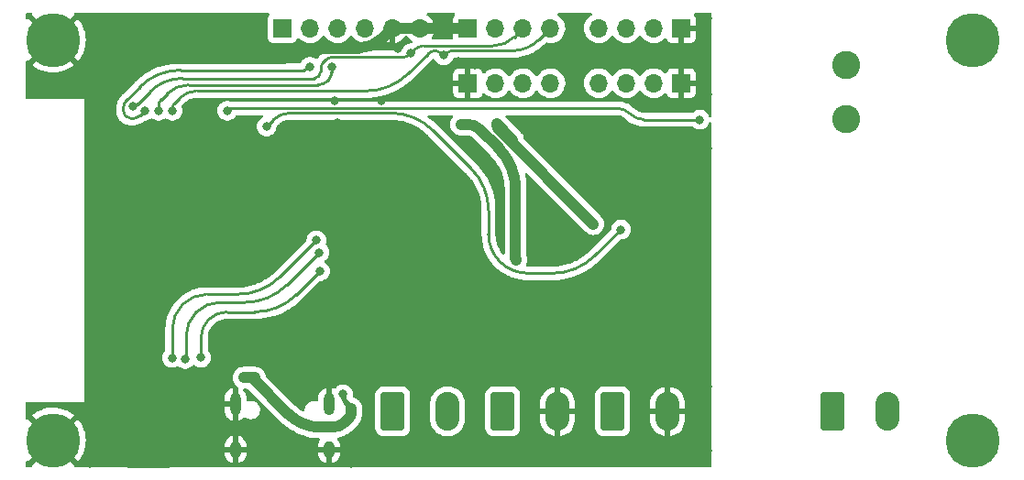
<source format=gbr>
%TF.GenerationSoftware,KiCad,Pcbnew,(6.0.7)*%
%TF.CreationDate,2022-11-03T13:34:30+01:00*%
%TF.ProjectId,opengeiger_ROUND,6f70656e-6765-4696-9765-725f524f554e,rev?*%
%TF.SameCoordinates,Original*%
%TF.FileFunction,Copper,L2,Bot*%
%TF.FilePolarity,Positive*%
%FSLAX46Y46*%
G04 Gerber Fmt 4.6, Leading zero omitted, Abs format (unit mm)*
G04 Created by KiCad (PCBNEW (6.0.7)) date 2022-11-03 13:34:30*
%MOMM*%
%LPD*%
G01*
G04 APERTURE LIST*
G04 Aperture macros list*
%AMRoundRect*
0 Rectangle with rounded corners*
0 $1 Rounding radius*
0 $2 $3 $4 $5 $6 $7 $8 $9 X,Y pos of 4 corners*
0 Add a 4 corners polygon primitive as box body*
4,1,4,$2,$3,$4,$5,$6,$7,$8,$9,$2,$3,0*
0 Add four circle primitives for the rounded corners*
1,1,$1+$1,$2,$3*
1,1,$1+$1,$4,$5*
1,1,$1+$1,$6,$7*
1,1,$1+$1,$8,$9*
0 Add four rect primitives between the rounded corners*
20,1,$1+$1,$2,$3,$4,$5,0*
20,1,$1+$1,$4,$5,$6,$7,0*
20,1,$1+$1,$6,$7,$8,$9,0*
20,1,$1+$1,$8,$9,$2,$3,0*%
G04 Aperture macros list end*
%TA.AperFunction,ComponentPad*%
%ADD10R,1.700000X1.700000*%
%TD*%
%TA.AperFunction,ComponentPad*%
%ADD11O,1.700000X1.700000*%
%TD*%
%TA.AperFunction,ComponentPad*%
%ADD12RoundRect,0.305556X-0.794444X-1.494444X0.794444X-1.494444X0.794444X1.494444X-0.794444X1.494444X0*%
%TD*%
%TA.AperFunction,ComponentPad*%
%ADD13O,2.200000X3.600000*%
%TD*%
%TA.AperFunction,ComponentPad*%
%ADD14C,5.000000*%
%TD*%
%TA.AperFunction,ComponentPad*%
%ADD15O,1.000000X1.600000*%
%TD*%
%TA.AperFunction,ComponentPad*%
%ADD16O,1.000000X2.100000*%
%TD*%
%TA.AperFunction,ComponentPad*%
%ADD17C,2.600000*%
%TD*%
%TA.AperFunction,ViaPad*%
%ADD18C,0.800000*%
%TD*%
%TA.AperFunction,Conductor*%
%ADD19C,1.000000*%
%TD*%
%TA.AperFunction,Conductor*%
%ADD20C,0.500000*%
%TD*%
%TA.AperFunction,Conductor*%
%ADD21C,0.250000*%
%TD*%
G04 APERTURE END LIST*
D10*
%TO.P,J9,1,Pin_1*%
%TO.N,GNDREF*%
X142850000Y-83000000D03*
D11*
%TO.P,J9,2,Pin_2*%
%TO.N,+3.3V*%
X145390000Y-83000000D03*
%TO.P,J9,3,Pin_3*%
%TO.N,GPIO02*%
X147930000Y-83000000D03*
%TO.P,J9,4,Pin_4*%
%TO.N,GPIO34*%
X150470000Y-83000000D03*
%TD*%
D12*
%TO.P,J2,1,Pin_1*%
%TO.N,+3.3V*%
X156210000Y-113324000D03*
D13*
%TO.P,J2,2,Pin_2*%
%TO.N,GNDREF*%
X161290000Y-113324000D03*
%TD*%
D12*
%TO.P,J7,1,Pin_1*%
%TO.N,+3.3V*%
X135890000Y-113324000D03*
D13*
%TO.P,J7,2,Pin_2*%
%TO.N,Net-(J7-Pad2)*%
X140970000Y-113324000D03*
%TD*%
D10*
%TO.P,J3,1,Pin_1*%
%TO.N,unconnected-(J3-Pad1)*%
X125705000Y-77920000D03*
D11*
%TO.P,J3,2,Pin_2*%
%TO.N,TXD*%
X128245000Y-77920000D03*
%TO.P,J3,3,Pin_3*%
%TO.N,RX5V*%
X130785000Y-77920000D03*
%TO.P,J3,4,Pin_4*%
%TO.N,VIN*%
X133325000Y-77920000D03*
%TO.P,J3,5,Pin_5*%
%TO.N,GNDREF*%
X135865000Y-77920000D03*
%TO.P,J3,6,Pin_6*%
X138405000Y-77920000D03*
%TD*%
D14*
%TO.P,H3,1,1*%
%TO.N,GNDREF*%
X104535000Y-79000000D03*
%TD*%
D10*
%TO.P,J5,1,Pin_1*%
%TO.N,GNDREF*%
X162535000Y-77920000D03*
D11*
%TO.P,J5,2,Pin_2*%
%TO.N,+3.3V*%
X159995000Y-77920000D03*
%TO.P,J5,3,Pin_3*%
%TO.N,SCL*%
X157455000Y-77920000D03*
%TO.P,J5,4,Pin_4*%
%TO.N,SDA*%
X154915000Y-77920000D03*
%TD*%
D15*
%TO.P,J8,S1,SHIELD*%
%TO.N,GNDREF*%
X121385000Y-116860000D03*
D16*
X121385000Y-112680000D03*
X130025000Y-112680000D03*
D15*
X130025000Y-116860000D03*
%TD*%
D10*
%TO.P,J10,1,Pin_1*%
%TO.N,GNDREF*%
X162535000Y-83000000D03*
D11*
%TO.P,J10,2,Pin_2*%
%TO.N,+3.3V*%
X159995000Y-83000000D03*
%TO.P,J10,3,Pin_3*%
%TO.N,GPIO32*%
X157455000Y-83000000D03*
%TO.P,J10,4,Pin_4*%
%TO.N,GPIO35*%
X154915000Y-83000000D03*
%TD*%
D12*
%TO.P,J1,1,Pin_1*%
%TO.N,+5V*%
X146050000Y-113324000D03*
D13*
%TO.P,J1,2,Pin_2*%
%TO.N,GNDREF*%
X151130000Y-113324000D03*
%TD*%
D14*
%TO.P,H4,1,1*%
%TO.N,unconnected-(H4-Pad1)*%
X189500000Y-116000000D03*
%TD*%
D17*
%TO.P,L2,1,1*%
%TO.N,+3.3V*%
X177800000Y-81280000D03*
%TO.P,L2,2,2*%
%TO.N,Net-(D1-Pad2)*%
X177800000Y-86280000D03*
%TD*%
D12*
%TO.P,J4,1,Pin_1*%
%TO.N,Net-(C7-Pad1)*%
X176530000Y-113284000D03*
D13*
%TO.P,J4,2,Pin_2*%
%TO.N,Net-(J4-Pad2)*%
X181610000Y-113284000D03*
%TD*%
D14*
%TO.P,H1,1,1*%
%TO.N,unconnected-(H1-Pad1)*%
X189500000Y-79000000D03*
%TD*%
%TO.P,H2,1,1*%
%TO.N,GNDREF*%
X104535000Y-116000000D03*
%TD*%
D10*
%TO.P,J6,1,Pin_1*%
%TO.N,GNDREF*%
X142850000Y-77920000D03*
D11*
%TO.P,J6,2,Pin_2*%
%TO.N,+3.3V*%
X145390000Y-77920000D03*
%TO.P,J6,3,Pin_3*%
%TO.N,SCL*%
X147930000Y-77920000D03*
%TO.P,J6,4,Pin_4*%
%TO.N,SDA*%
X150470000Y-77920000D03*
%TD*%
D18*
%TO.N,+5V*%
X131293000Y-111746000D03*
X132080000Y-113016000D03*
X123165000Y-110222000D03*
X142215000Y-86810000D03*
X147320000Y-99314000D03*
X122149000Y-110222000D03*
%TO.N,GNDREF*%
X165000000Y-89000000D03*
X148844000Y-94488000D03*
X130556000Y-84582000D03*
X165000000Y-84000000D03*
X112243000Y-115087000D03*
X104140000Y-82550000D03*
X163068000Y-104902000D03*
X165000000Y-111000000D03*
X129540000Y-105156000D03*
X120650000Y-92710000D03*
X152654000Y-91948000D03*
X134620000Y-91440000D03*
X133096000Y-103378000D03*
X152400000Y-82550000D03*
X161290000Y-92710000D03*
X109195000Y-83254000D03*
X123190000Y-93980000D03*
X136398000Y-79756000D03*
X106680000Y-82550000D03*
X143510000Y-81280000D03*
X152400000Y-108458000D03*
X148590000Y-104902000D03*
X144272000Y-99314000D03*
X129540000Y-91440000D03*
X165000000Y-77000000D03*
X136740000Y-99010000D03*
X150876000Y-98806000D03*
X126804000Y-80206000D03*
X149098000Y-98806000D03*
X153670000Y-93218000D03*
X143256000Y-98298000D03*
X164592000Y-96520000D03*
X120650000Y-109220000D03*
X118500000Y-112250000D03*
X165000000Y-117000000D03*
X140970000Y-91440000D03*
X149860000Y-104902000D03*
X123190000Y-97790000D03*
X164338000Y-99060000D03*
X109220000Y-80010000D03*
X138240000Y-99010000D03*
X142240000Y-108712000D03*
X163322000Y-108458000D03*
X113030000Y-92710000D03*
X152400000Y-83820000D03*
X134874000Y-84582000D03*
X159258000Y-99822000D03*
X149122005Y-87109643D03*
X123190000Y-100330000D03*
X159258000Y-105156000D03*
X110744000Y-99568000D03*
X158496000Y-108458000D03*
X130556000Y-92964000D03*
X160020000Y-85090000D03*
X160528000Y-96266000D03*
X123170000Y-116860000D03*
X158750000Y-92710000D03*
X109220000Y-77470000D03*
X148844000Y-108458000D03*
X152400000Y-87630000D03*
X116840000Y-92710000D03*
X140716000Y-101854000D03*
X110490000Y-104140000D03*
X108687000Y-115556000D03*
X159000000Y-117000000D03*
X156210000Y-92710000D03*
X109195000Y-84524000D03*
X122428000Y-105156000D03*
X162814000Y-95758000D03*
X140716000Y-103632000D03*
X131572000Y-105156000D03*
X124460000Y-109220000D03*
X113005000Y-109460000D03*
X131604846Y-87244907D03*
X142000000Y-81000000D03*
X112497000Y-111549500D03*
X151130000Y-104902000D03*
X114300000Y-104140000D03*
X157988000Y-105156000D03*
X113549000Y-118060000D03*
X150368000Y-94488000D03*
X144780000Y-90170000D03*
X132080000Y-118110000D03*
X161544000Y-88138000D03*
X129540000Y-79756000D03*
X130792199Y-86673457D03*
X133350000Y-110490000D03*
X145580601Y-91342507D03*
X158750000Y-90170000D03*
X134874000Y-104394000D03*
X123190000Y-92710000D03*
X128250000Y-116860000D03*
X128313581Y-109216377D03*
X159258000Y-102870000D03*
X108687000Y-113778000D03*
X107950000Y-118110000D03*
X110490000Y-92710000D03*
X115073000Y-118060000D03*
X108687000Y-112508000D03*
%TO.N,+3.3V*%
X145500000Y-86750000D03*
X153162000Y-94742000D03*
X153797000Y-95377000D03*
X154432000Y-96012000D03*
X146250000Y-87500000D03*
X147000000Y-88250000D03*
%TO.N,RXD*%
X114275000Y-85540000D03*
X130260396Y-81510507D03*
%TO.N,TXD*%
X113005000Y-85540000D03*
X128245000Y-81476000D03*
%TO.N,SCL*%
X137596973Y-80225138D03*
X111938886Y-85138148D03*
%TO.N,SDA*%
X140605345Y-80419227D03*
X115545000Y-85540000D03*
%TO.N,PULSE*%
X124250000Y-87000000D03*
X156972000Y-96520000D03*
%TO.N,PWM*%
X120625000Y-85540000D03*
X164250000Y-86360000D03*
%TO.N,GPIO34*%
X115510255Y-108385500D03*
X128852539Y-97520517D03*
%TO.N,GPIO32*%
X118185593Y-108365111D03*
X129180731Y-100372884D03*
%TO.N,GPIO35*%
X129129516Y-98633833D03*
X116731379Y-108481187D03*
%TD*%
D19*
%TO.N,+5V*%
X142215000Y-86810000D02*
X142850000Y-86810000D01*
X132080000Y-113391500D02*
X132080000Y-113030000D01*
D20*
X132080000Y-113016000D02*
X132080000Y-113002886D01*
D19*
X131824380Y-114008619D02*
X131559500Y-114273500D01*
D20*
X131524352Y-112434124D02*
X132070727Y-112980499D01*
D19*
X145656207Y-88981207D02*
X143934012Y-87259012D01*
X122784000Y-110222000D02*
X123038000Y-110222000D01*
X147285000Y-99279000D02*
X147320000Y-99314000D01*
X123165000Y-110222000D02*
X123038000Y-110222000D01*
X129261000Y-114794000D02*
X130302901Y-114794000D01*
X126225764Y-113536764D02*
X123000802Y-110311802D01*
D20*
X131362859Y-111865256D02*
X131362859Y-112044245D01*
D19*
X147250000Y-92828963D02*
X147250000Y-99194502D01*
D20*
X131327929Y-111780929D02*
X131293000Y-111746000D01*
D19*
X122784000Y-110222000D02*
X122149000Y-110222000D01*
X147285001Y-99278999D02*
G75*
G02*
X147250000Y-99194502I84499J84499D01*
G01*
X123000808Y-110311796D02*
G75*
G02*
X123038000Y-110222000I37192J37196D01*
G01*
D20*
X132079998Y-113002886D02*
G75*
G03*
X132070727Y-112980499I-31698J-14D01*
G01*
D19*
X122784000Y-110221999D02*
G75*
G02*
X123000802Y-110311802I0J-306601D01*
G01*
D20*
X131362888Y-111865256D02*
G75*
G03*
X131327928Y-111780930I-119288J-44D01*
G01*
D19*
X147250010Y-92828963D02*
G75*
G03*
X145656206Y-88981208I-5441610J-37D01*
G01*
X142850000Y-86809993D02*
G75*
G02*
X143934012Y-87259012I0J-1533007D01*
G01*
D20*
X131524381Y-112434095D02*
G75*
G02*
X131362859Y-112044245I389819J389895D01*
G01*
D19*
X129261000Y-114793991D02*
G75*
G02*
X126225765Y-113536763I0J4292491D01*
G01*
X130302901Y-114794000D02*
G75*
G03*
X131559499Y-114273499I-1J1777100D01*
G01*
X131824373Y-114008612D02*
G75*
G03*
X132080000Y-113391500I-617073J617112D01*
G01*
%TO.N,GNDREF*%
X108275000Y-110572000D02*
X108275000Y-98155998D01*
X135865000Y-77920000D02*
X134947000Y-78838000D01*
X110867789Y-117736789D02*
X108687000Y-115556000D01*
X127001874Y-80008126D02*
X126804000Y-80206000D01*
X113531051Y-80714000D02*
X125853789Y-80714000D01*
X129540000Y-79756000D02*
X129512874Y-79783126D01*
X135865000Y-77920000D02*
X142850000Y-77920000D01*
X129540000Y-79756000D02*
X132730751Y-79756000D01*
X126466999Y-80459999D02*
X126691655Y-80235344D01*
X126804000Y-80206000D02*
X126762500Y-80206000D01*
X112751000Y-118096000D02*
X115011544Y-118096000D01*
X113005000Y-109460000D02*
X111040512Y-109460000D01*
X108275000Y-111588000D02*
X108275000Y-111804672D01*
X108275000Y-111588000D02*
X108275000Y-110572000D01*
X127479584Y-79810252D02*
X129447386Y-79810252D01*
X108687000Y-112508000D02*
X108687000Y-115556000D01*
X112243000Y-111912040D02*
X112243000Y-115087000D01*
X108275000Y-86094538D02*
X108275000Y-97116000D01*
X131867917Y-96156000D02*
X110274998Y-96156000D01*
X112751000Y-118096000D02*
X111735000Y-118096000D01*
X135313000Y-97583000D02*
X136740000Y-99010000D01*
X138240000Y-99010000D02*
X136740000Y-99010000D01*
X112243000Y-115087000D02*
X112243000Y-117588000D01*
X109195000Y-84524000D02*
X109195000Y-83254000D01*
X112446750Y-111650000D02*
X112497000Y-111650000D01*
X108687000Y-112508000D02*
X108481000Y-112302000D01*
X108735000Y-84984000D02*
X109195000Y-84524000D01*
X112319749Y-111726749D02*
X112360967Y-111685532D01*
X115073000Y-118060000D02*
X115055000Y-118078000D01*
X110465000Y-81984000D02*
X109195000Y-83254000D01*
X108634210Y-110720789D02*
X109085000Y-110270000D01*
X127001889Y-80008141D02*
G75*
G02*
X127479584Y-79810252I477711J-477659D01*
G01*
X108274994Y-111588000D02*
G75*
G02*
X108634211Y-110720790I1226406J0D01*
G01*
X111735000Y-118096006D02*
G75*
G02*
X110867789Y-117736789I0J1226406D01*
G01*
X112360945Y-111685510D02*
G75*
G02*
X112446750Y-111650000I85755J-85790D01*
G01*
X126691653Y-80235342D02*
G75*
G02*
X126762500Y-80206000I70847J-70858D01*
G01*
X115011544Y-118096018D02*
G75*
G03*
X115055000Y-118078000I-44J61518D01*
G01*
X132730751Y-79756021D02*
G75*
G03*
X134947000Y-78838000I-51J3134321D01*
G01*
X131867917Y-96155993D02*
G75*
G02*
X135313000Y-97583000I-17J-4872107D01*
G01*
X125853789Y-80713994D02*
G75*
G03*
X126466999Y-80459999I11J867194D01*
G01*
X129447386Y-79810230D02*
G75*
G03*
X129512873Y-79783125I14J92630D01*
G01*
X108275016Y-86094538D02*
G75*
G02*
X108735000Y-84984000I1570484J38D01*
G01*
X108480992Y-112302008D02*
G75*
G02*
X108275000Y-111804672I497308J497308D01*
G01*
X112243000Y-117588000D02*
G75*
G02*
X111735000Y-118096000I-508000J0D01*
G01*
X108275000Y-98155998D02*
G75*
G02*
X110274998Y-96156000I2000000J-2D01*
G01*
X112243016Y-111912040D02*
G75*
G02*
X112319749Y-111726749I261984J40D01*
G01*
X108634186Y-110720765D02*
G75*
G02*
X108275000Y-110572000I-148786J148765D01*
G01*
X112751000Y-118096000D02*
G75*
G02*
X112243000Y-117588000I0J508000D01*
G01*
X109084996Y-110269996D02*
G75*
G02*
X111040512Y-109460000I1955504J-1955504D01*
G01*
X110464985Y-81983985D02*
G75*
G02*
X113531051Y-80714000I3066015J-3066015D01*
G01*
%TO.N,+3.3V*%
X145616672Y-87196672D02*
X154432000Y-96012000D01*
X145500000Y-86915000D02*
X145500000Y-86750000D01*
X147000000Y-88250000D02*
X145500000Y-86750000D01*
X145616681Y-87196663D02*
G75*
G02*
X145500000Y-86915000I281619J281663D01*
G01*
D21*
%TO.N,RXD*%
X117038035Y-83154069D02*
X129003461Y-83154069D01*
X114275000Y-85540000D02*
X114275000Y-85156309D01*
X129939628Y-82738540D02*
X129892248Y-82785921D01*
X115084274Y-83963343D02*
X114546310Y-84501307D01*
X130260396Y-81510507D02*
X130260396Y-81964140D01*
X129939615Y-82738527D02*
G75*
G03*
X130260396Y-81964140I-774415J774427D01*
G01*
X129003461Y-83154031D02*
G75*
G03*
X129892248Y-82785921I39J1256931D01*
G01*
X114275003Y-85156309D02*
G75*
G02*
X114546311Y-84501308I926297J9D01*
G01*
X115084258Y-83963327D02*
G75*
G02*
X117038035Y-83154069I1953742J-1953773D01*
G01*
%TO.N,TXD*%
X111349002Y-84542457D02*
X112556235Y-83335225D01*
X128088505Y-81632495D02*
X128245000Y-81476000D01*
X111857347Y-86265000D02*
X111734999Y-86265000D01*
X127710692Y-81788990D02*
X116289176Y-81788990D01*
X111010000Y-85360882D02*
X111010000Y-85540000D01*
X113005000Y-85540000D02*
X112578860Y-85966139D01*
X112556240Y-83335230D02*
G75*
G02*
X116289176Y-81788990I3732960J-3732970D01*
G01*
X111734999Y-86265000D02*
G75*
G02*
X111222347Y-86052652I1J725000D01*
G01*
X111857347Y-86265025D02*
G75*
G03*
X112578860Y-85966139I-47J1020425D01*
G01*
X111009979Y-85360882D02*
G75*
G02*
X111349002Y-84542457I1157421J-18D01*
G01*
X111222347Y-86052652D02*
G75*
G02*
X111010000Y-85540000I512653J512652D01*
G01*
X127710692Y-81788989D02*
G75*
G03*
X128088504Y-81632494I8J534289D01*
G01*
%TO.N,SCL*%
X129258628Y-81732633D02*
X129258628Y-81924319D01*
X129577428Y-80962980D02*
X129609018Y-80931390D01*
X147111778Y-78738221D02*
X147930000Y-77920000D01*
X113499999Y-83774999D02*
X112344991Y-84930008D01*
X137596973Y-80225138D02*
X137931320Y-79890790D01*
X145136417Y-79556443D02*
X138738506Y-79556443D01*
X112174719Y-85000000D02*
X112176017Y-85000000D01*
X136989478Y-80581000D02*
X130454935Y-80581000D01*
X137596973Y-80225138D02*
X137419042Y-80403069D01*
X111938886Y-85138148D02*
X112007960Y-85069074D01*
X116457411Y-82550000D02*
X128632947Y-82550000D01*
X129075371Y-82366743D02*
G75*
G03*
X129258628Y-81924319I-442471J442443D01*
G01*
X145136417Y-79556466D02*
G75*
G03*
X147111778Y-78738221I-17J2793566D01*
G01*
X129258657Y-81732633D02*
G75*
G02*
X129577429Y-80962981I1088443J33D01*
G01*
X112007957Y-85069071D02*
G75*
G02*
X112174719Y-85000000I166743J-166729D01*
G01*
X129609002Y-80931374D02*
G75*
G02*
X130454935Y-80581000I845898J-845926D01*
G01*
X137931312Y-79890782D02*
G75*
G02*
X138738506Y-79556443I807188J-807218D01*
G01*
X136989478Y-80580983D02*
G75*
G03*
X137419042Y-80403069I22J607483D01*
G01*
X112176017Y-85000001D02*
G75*
G03*
X112344991Y-84930008I-17J239001D01*
G01*
X128632947Y-82550027D02*
G75*
G03*
X129075370Y-82366742I-47J625727D01*
G01*
X113499997Y-83774997D02*
G75*
G02*
X116457411Y-82550000I2957403J-2957403D01*
G01*
%TO.N,SDA*%
X139900678Y-80006443D02*
X139812816Y-80006443D01*
X146908219Y-80006443D02*
X141310011Y-80006443D01*
X115720706Y-84867321D02*
X116213959Y-84374069D01*
X133480441Y-83705110D02*
X117828968Y-83705110D01*
X140605345Y-80419227D02*
X140811737Y-80212835D01*
X139164552Y-80274962D02*
X137328197Y-82111317D01*
X140398953Y-80212835D02*
X140605345Y-80419227D01*
X149426778Y-78963221D02*
X150470000Y-77920000D01*
X115545000Y-85540000D02*
X115545000Y-85291514D01*
X115545010Y-85291514D02*
G75*
G02*
X115720706Y-84867321I599890J14D01*
G01*
X133480441Y-83705150D02*
G75*
G03*
X137328197Y-82111317I-41J5441550D01*
G01*
X116213970Y-84374080D02*
G75*
G02*
X117828968Y-83705110I1615030J-1615020D01*
G01*
X146908219Y-80006466D02*
G75*
G03*
X149426777Y-78963220I-19J3561766D01*
G01*
X139164550Y-80274960D02*
G75*
G02*
X139812816Y-80006443I648250J-648240D01*
G01*
X140811733Y-80212831D02*
G75*
G02*
X141310011Y-80006443I498267J-498269D01*
G01*
X139900678Y-80006456D02*
G75*
G02*
X140398953Y-80212835I22J-704644D01*
G01*
%TO.N,PULSE*%
X139600792Y-87350792D02*
X143156207Y-90906207D01*
X135753036Y-85757000D02*
X126371933Y-85757000D01*
X124250000Y-87000000D02*
X124871500Y-86378500D01*
X148366505Y-100563564D02*
X150674472Y-100563564D01*
X144750000Y-96947058D02*
X144750000Y-94753963D01*
X156972000Y-96520000D02*
X154522228Y-98969771D01*
X135753036Y-85756990D02*
G75*
G02*
X139600791Y-87350793I-36J-5441610D01*
G01*
X148366505Y-100563572D02*
G75*
G02*
X145809250Y-99504314I-5J3616472D01*
G01*
X144750010Y-94753963D02*
G75*
G03*
X143156206Y-90906208I-5441610J-37D01*
G01*
X124871490Y-86378490D02*
G75*
G02*
X126371933Y-85757000I1500410J-1500410D01*
G01*
X150674472Y-100563539D02*
G75*
G03*
X154522228Y-98969771I28J5441539D01*
G01*
X145809230Y-99504334D02*
G75*
G02*
X144750000Y-96947058I2557270J2557234D01*
G01*
%TO.N,PWM*%
X120741500Y-85423500D02*
X120625000Y-85540000D01*
X121022755Y-85307000D02*
X156562416Y-85307000D01*
X164250000Y-86360000D02*
X159104583Y-86360000D01*
X120741513Y-85423513D02*
G75*
G02*
X121022755Y-85307000I281287J-281287D01*
G01*
X159104583Y-86360006D02*
G75*
G02*
X157833501Y-85833499I17J1797606D01*
G01*
X156562416Y-85306994D02*
G75*
G02*
X157833499Y-85833501I-16J-1797606D01*
G01*
%TO.N,GPIO34*%
X121619092Y-102500000D02*
X118765873Y-102500000D01*
X115545000Y-108326186D02*
X115545000Y-105720873D01*
X125466848Y-100906207D02*
X128852539Y-97520517D01*
X115527627Y-108368127D02*
X115510255Y-108385500D01*
X115527631Y-108368131D02*
G75*
G03*
X115545000Y-108326186I-41931J41931D01*
G01*
X121619092Y-102499979D02*
G75*
G03*
X125466848Y-100906207I8J5441579D01*
G01*
X116488380Y-103443380D02*
G75*
G02*
X118765873Y-102500000I2277520J-2277520D01*
G01*
X115544990Y-105720873D02*
G75*
G02*
X116488373Y-103443373I3220910J-27D01*
G01*
%TO.N,GPIO32*%
X123159651Y-104140000D02*
X120591601Y-104140000D01*
X127007407Y-102546207D02*
X129180731Y-100372884D01*
X118185593Y-106546008D02*
X118185593Y-108365111D01*
X123159651Y-104140020D02*
G75*
G03*
X127007406Y-102546206I-51J5441620D01*
G01*
X118185598Y-106546008D02*
G75*
G02*
X118890296Y-104844703I2406002J8D01*
G01*
X118890298Y-104844705D02*
G75*
G02*
X120591601Y-104140000I1701302J-1701295D01*
G01*
%TO.N,GPIO35*%
X129129516Y-98633833D02*
X126101716Y-101661632D01*
X116773189Y-108439376D02*
X116731379Y-108481187D01*
X119948889Y-103255425D02*
X122253960Y-103255425D01*
X116815000Y-108338437D02*
X116815000Y-106389314D01*
X122253960Y-103255403D02*
G75*
G03*
X126101716Y-101661632I40J5441503D01*
G01*
X116773181Y-108439368D02*
G75*
G03*
X116815000Y-108338437I-100981J100968D01*
G01*
X117732903Y-104173328D02*
G75*
G02*
X119948889Y-103255425I2215997J-2215972D01*
G01*
X116815014Y-106389314D02*
G75*
G02*
X117732895Y-104173320I3133886J14D01*
G01*
%TD*%
%TA.AperFunction,Conductor*%
%TO.N,GNDREF*%
G36*
X102561041Y-76528502D02*
G01*
X102607534Y-76582158D01*
X102617638Y-76652432D01*
X102599658Y-76697938D01*
X102599576Y-76700069D01*
X102606527Y-76712316D01*
X104522190Y-78627980D01*
X104536131Y-78635592D01*
X104537966Y-78635461D01*
X104544580Y-78631210D01*
X106462074Y-76713716D01*
X106469688Y-76699772D01*
X106469145Y-76692169D01*
X106451387Y-76639447D01*
X106468699Y-76570594D01*
X106520488Y-76522030D01*
X106577290Y-76508500D01*
X124388420Y-76508500D01*
X124456541Y-76528502D01*
X124503034Y-76582158D01*
X124513138Y-76652432D01*
X124489246Y-76710065D01*
X124430671Y-76788222D01*
X124404385Y-76823295D01*
X124353255Y-76959684D01*
X124346500Y-77021866D01*
X124346500Y-78818134D01*
X124353255Y-78880316D01*
X124404385Y-79016705D01*
X124491739Y-79133261D01*
X124608295Y-79220615D01*
X124744684Y-79271745D01*
X124806866Y-79278500D01*
X126603134Y-79278500D01*
X126665316Y-79271745D01*
X126801705Y-79220615D01*
X126918261Y-79133261D01*
X127005615Y-79016705D01*
X127016680Y-78987190D01*
X127049598Y-78899382D01*
X127092240Y-78842618D01*
X127158802Y-78817918D01*
X127228150Y-78833126D01*
X127262817Y-78861114D01*
X127291250Y-78893938D01*
X127463126Y-79036632D01*
X127656000Y-79149338D01*
X127864692Y-79229030D01*
X127869760Y-79230061D01*
X127869763Y-79230062D01*
X127961294Y-79248684D01*
X128083597Y-79273567D01*
X128088772Y-79273757D01*
X128088774Y-79273757D01*
X128301673Y-79281564D01*
X128301677Y-79281564D01*
X128306837Y-79281753D01*
X128311957Y-79281097D01*
X128311959Y-79281097D01*
X128523288Y-79254025D01*
X128523289Y-79254025D01*
X128528416Y-79253368D01*
X128533366Y-79251883D01*
X128737429Y-79190661D01*
X128737434Y-79190659D01*
X128742384Y-79189174D01*
X128942994Y-79090896D01*
X129124860Y-78961173D01*
X129283096Y-78803489D01*
X129342594Y-78720689D01*
X129413453Y-78622077D01*
X129414776Y-78623028D01*
X129461645Y-78579857D01*
X129531580Y-78567625D01*
X129597026Y-78595144D01*
X129624875Y-78626994D01*
X129684987Y-78725088D01*
X129831250Y-78893938D01*
X130003126Y-79036632D01*
X130196000Y-79149338D01*
X130404692Y-79229030D01*
X130409760Y-79230061D01*
X130409763Y-79230062D01*
X130501294Y-79248684D01*
X130623597Y-79273567D01*
X130628772Y-79273757D01*
X130628774Y-79273757D01*
X130841673Y-79281564D01*
X130841677Y-79281564D01*
X130846837Y-79281753D01*
X130851957Y-79281097D01*
X130851959Y-79281097D01*
X131063288Y-79254025D01*
X131063289Y-79254025D01*
X131068416Y-79253368D01*
X131073366Y-79251883D01*
X131277429Y-79190661D01*
X131277434Y-79190659D01*
X131282384Y-79189174D01*
X131482994Y-79090896D01*
X131664860Y-78961173D01*
X131823096Y-78803489D01*
X131882594Y-78720689D01*
X131953453Y-78622077D01*
X131954776Y-78623028D01*
X132001645Y-78579857D01*
X132071580Y-78567625D01*
X132137026Y-78595144D01*
X132164875Y-78626994D01*
X132224987Y-78725088D01*
X132371250Y-78893938D01*
X132543126Y-79036632D01*
X132736000Y-79149338D01*
X132944692Y-79229030D01*
X132949760Y-79230061D01*
X132949763Y-79230062D01*
X133041294Y-79248684D01*
X133163597Y-79273567D01*
X133168772Y-79273757D01*
X133168774Y-79273757D01*
X133381673Y-79281564D01*
X133381677Y-79281564D01*
X133386837Y-79281753D01*
X133391957Y-79281097D01*
X133391959Y-79281097D01*
X133603288Y-79254025D01*
X133603289Y-79254025D01*
X133608416Y-79253368D01*
X133613366Y-79251883D01*
X133817429Y-79190661D01*
X133817434Y-79190659D01*
X133822384Y-79189174D01*
X134022994Y-79090896D01*
X134204860Y-78961173D01*
X134363096Y-78803489D01*
X134422594Y-78720689D01*
X134493453Y-78622077D01*
X134494640Y-78622930D01*
X134541960Y-78579362D01*
X134611897Y-78567145D01*
X134677338Y-78594678D01*
X134705166Y-78626511D01*
X134762694Y-78720388D01*
X134768777Y-78728699D01*
X134908213Y-78889667D01*
X134915580Y-78896883D01*
X135079434Y-79032916D01*
X135087881Y-79038831D01*
X135271756Y-79146279D01*
X135281042Y-79150729D01*
X135480001Y-79226703D01*
X135489899Y-79229579D01*
X135593250Y-79250606D01*
X135607299Y-79249410D01*
X135611000Y-79239065D01*
X135611000Y-77792000D01*
X135631002Y-77723879D01*
X135684658Y-77677386D01*
X135737000Y-77666000D01*
X139723344Y-77666000D01*
X139736875Y-77662027D01*
X139738180Y-77652947D01*
X139696214Y-77485875D01*
X139692894Y-77476124D01*
X139607972Y-77280814D01*
X139603105Y-77271739D01*
X139487426Y-77092926D01*
X139481136Y-77084757D01*
X139337806Y-76927240D01*
X139330273Y-76920215D01*
X139163139Y-76788222D01*
X139154552Y-76782517D01*
X139086243Y-76744808D01*
X139036273Y-76694376D01*
X139021501Y-76624933D01*
X139046618Y-76558527D01*
X139103649Y-76516243D01*
X139147137Y-76508500D01*
X141534045Y-76508500D01*
X141602166Y-76528502D01*
X141648659Y-76582158D01*
X141658763Y-76652432D01*
X141634871Y-76710065D01*
X141555214Y-76816351D01*
X141546676Y-76831946D01*
X141501522Y-76952394D01*
X141497895Y-76967649D01*
X141492369Y-77018514D01*
X141492000Y-77025328D01*
X141492000Y-77647885D01*
X141496475Y-77663124D01*
X141497865Y-77664329D01*
X141505548Y-77666000D01*
X142978000Y-77666000D01*
X143046121Y-77686002D01*
X143092614Y-77739658D01*
X143104000Y-77792000D01*
X143104000Y-78048000D01*
X143083998Y-78116121D01*
X143030342Y-78162614D01*
X142978000Y-78174000D01*
X141510116Y-78174000D01*
X141494877Y-78178475D01*
X141493672Y-78179865D01*
X141492001Y-78187548D01*
X141492001Y-78796943D01*
X141471999Y-78865064D01*
X141418343Y-78911557D01*
X141366001Y-78922943D01*
X139602338Y-78922943D01*
X139534217Y-78902941D01*
X139487724Y-78849285D01*
X139477620Y-78779011D01*
X139500016Y-78723417D01*
X139570004Y-78626020D01*
X139575313Y-78617183D01*
X139669670Y-78426267D01*
X139673469Y-78416672D01*
X139735377Y-78212910D01*
X139737555Y-78202837D01*
X139738986Y-78191962D01*
X139736775Y-78177778D01*
X139723617Y-78174000D01*
X136137115Y-78174000D01*
X136121876Y-78178475D01*
X136120671Y-78179865D01*
X136119000Y-78187548D01*
X136119000Y-79238517D01*
X136123064Y-79252359D01*
X136136478Y-79254393D01*
X136143184Y-79253534D01*
X136153262Y-79251392D01*
X136357255Y-79190191D01*
X136366842Y-79186433D01*
X136558095Y-79092739D01*
X136566945Y-79087464D01*
X136740328Y-78963792D01*
X136748200Y-78957139D01*
X136899052Y-78806812D01*
X136905730Y-78798965D01*
X137033022Y-78621819D01*
X137034147Y-78622627D01*
X137081669Y-78578876D01*
X137151607Y-78566661D01*
X137217046Y-78594197D01*
X137244870Y-78626028D01*
X137302690Y-78720383D01*
X137308777Y-78728699D01*
X137448213Y-78889667D01*
X137455580Y-78896883D01*
X137619434Y-79032916D01*
X137627880Y-79038831D01*
X137666656Y-79061490D01*
X137715379Y-79113129D01*
X137728449Y-79182912D01*
X137701717Y-79248684D01*
X137673084Y-79275043D01*
X137655618Y-79286713D01*
X137652511Y-79289437D01*
X137650992Y-79290603D01*
X137584771Y-79316201D01*
X137574291Y-79316638D01*
X137501486Y-79316638D01*
X137495034Y-79318010D01*
X137495029Y-79318010D01*
X137408085Y-79336491D01*
X137314685Y-79356344D01*
X137308655Y-79359029D01*
X137308654Y-79359029D01*
X137146251Y-79431335D01*
X137146249Y-79431336D01*
X137140221Y-79434020D01*
X136985720Y-79546272D01*
X136981299Y-79551182D01*
X136981298Y-79551183D01*
X136880475Y-79663159D01*
X136857933Y-79688194D01*
X136762446Y-79853582D01*
X136760404Y-79859867D01*
X136760219Y-79860436D01*
X136760023Y-79860723D01*
X136757720Y-79865895D01*
X136756774Y-79865474D01*
X136720146Y-79919042D01*
X136654749Y-79946679D01*
X136640386Y-79947500D01*
X130508941Y-79947500D01*
X130491183Y-79946242D01*
X130468318Y-79942987D01*
X130461770Y-79942918D01*
X130459089Y-79942890D01*
X130459084Y-79942890D01*
X130454954Y-79942847D01*
X130445271Y-79944019D01*
X130438394Y-79944659D01*
X130215600Y-79959255D01*
X130211562Y-79960058D01*
X130211563Y-79960058D01*
X129984381Y-80005241D01*
X129984374Y-80005243D01*
X129980341Y-80006045D01*
X129753202Y-80083142D01*
X129538070Y-80189228D01*
X129338625Y-80322487D01*
X129335526Y-80325205D01*
X129335523Y-80325207D01*
X129225093Y-80422048D01*
X129223373Y-80423467D01*
X129217656Y-80426848D01*
X129206588Y-80437916D01*
X129200568Y-80443555D01*
X129186080Y-80456260D01*
X129178656Y-80462288D01*
X129167332Y-80470790D01*
X129157783Y-80480140D01*
X129155236Y-80483388D01*
X129152485Y-80486459D01*
X129152222Y-80486223D01*
X129139563Y-80499456D01*
X129139011Y-80499930D01*
X129135719Y-80502402D01*
X129126170Y-80511753D01*
X129117543Y-80522756D01*
X129113160Y-80528040D01*
X128978024Y-80682144D01*
X128975734Y-80685571D01*
X128975729Y-80685578D01*
X128959313Y-80710148D01*
X128904837Y-80755677D01*
X128834394Y-80764527D01*
X128780485Y-80742085D01*
X128707094Y-80688763D01*
X128707093Y-80688762D01*
X128701752Y-80684882D01*
X128695724Y-80682198D01*
X128695722Y-80682197D01*
X128533319Y-80609891D01*
X128533318Y-80609891D01*
X128527288Y-80607206D01*
X128433887Y-80587353D01*
X128346944Y-80568872D01*
X128346939Y-80568872D01*
X128340487Y-80567500D01*
X128149513Y-80567500D01*
X128143061Y-80568872D01*
X128143056Y-80568872D01*
X128056113Y-80587353D01*
X127962712Y-80607206D01*
X127956682Y-80609891D01*
X127956681Y-80609891D01*
X127794278Y-80682197D01*
X127794276Y-80682198D01*
X127788248Y-80684882D01*
X127633747Y-80797134D01*
X127629326Y-80802044D01*
X127629325Y-80802045D01*
X127516550Y-80927295D01*
X127505960Y-80939056D01*
X127502659Y-80944774D01*
X127417375Y-81092490D01*
X127365993Y-81141483D01*
X127308256Y-81155490D01*
X116343169Y-81155490D01*
X116325416Y-81154233D01*
X116306621Y-81151558D01*
X116306618Y-81151558D01*
X116302537Y-81150977D01*
X116296233Y-81150911D01*
X116293305Y-81150880D01*
X116293301Y-81150880D01*
X116289173Y-81150837D01*
X116285077Y-81151333D01*
X116285074Y-81151333D01*
X116284543Y-81151398D01*
X116284132Y-81151447D01*
X116273492Y-81152280D01*
X115867099Y-81166796D01*
X115864866Y-81167036D01*
X115864853Y-81167037D01*
X115449425Y-81211702D01*
X115449417Y-81211703D01*
X115447177Y-81211944D01*
X115444960Y-81212344D01*
X115444953Y-81212345D01*
X115033749Y-81286536D01*
X115033740Y-81286538D01*
X115031545Y-81286934D01*
X114622321Y-81391383D01*
X114620207Y-81392086D01*
X114620192Y-81392091D01*
X114347187Y-81482957D01*
X114221592Y-81524760D01*
X114219532Y-81525613D01*
X114219522Y-81525617D01*
X113833464Y-81685528D01*
X113833459Y-81685531D01*
X113831398Y-81686384D01*
X113829397Y-81687386D01*
X113829394Y-81687387D01*
X113720791Y-81741750D01*
X113453729Y-81875432D01*
X113090508Y-82090941D01*
X113088662Y-82092223D01*
X113088660Y-82092224D01*
X112757143Y-82322401D01*
X112743587Y-82331813D01*
X112741859Y-82333206D01*
X112741845Y-82333216D01*
X112638572Y-82416439D01*
X112414733Y-82596820D01*
X112413094Y-82598346D01*
X112413087Y-82598352D01*
X112128711Y-82863114D01*
X112118515Y-82871648D01*
X112114542Y-82874631D01*
X112104993Y-82883982D01*
X112102444Y-82887233D01*
X112085778Y-82908488D01*
X112075719Y-82919837D01*
X110939243Y-84056313D01*
X110925796Y-84067982D01*
X110907321Y-84081852D01*
X110904378Y-84084734D01*
X110904373Y-84084738D01*
X110900987Y-84088054D01*
X110897772Y-84091202D01*
X110890820Y-84100068D01*
X110886423Y-84105370D01*
X110831589Y-84167892D01*
X110746266Y-84265179D01*
X110746262Y-84265184D01*
X110743546Y-84268281D01*
X110613110Y-84463481D01*
X110509269Y-84674038D01*
X110433800Y-84896347D01*
X110432996Y-84900387D01*
X110432995Y-84900392D01*
X110404243Y-85044928D01*
X110387995Y-85126605D01*
X110387726Y-85130711D01*
X110387725Y-85130717D01*
X110378541Y-85270802D01*
X110378219Y-85274156D01*
X110376500Y-85280852D01*
X110376500Y-85297804D01*
X110376230Y-85306047D01*
X110375127Y-85322870D01*
X110374140Y-85332380D01*
X110371987Y-85347508D01*
X110371847Y-85360872D01*
X110372342Y-85364962D01*
X110372342Y-85364964D01*
X110375588Y-85391789D01*
X110376500Y-85406925D01*
X110376500Y-85489982D01*
X110375422Y-85506428D01*
X110371882Y-85533317D01*
X110372715Y-85540863D01*
X110372715Y-85540871D01*
X110374687Y-85558733D01*
X110375178Y-85564315D01*
X110384962Y-85713585D01*
X110385232Y-85717700D01*
X110386036Y-85721740D01*
X110386036Y-85721743D01*
X110406189Y-85823056D01*
X110419974Y-85892360D01*
X110421299Y-85896264D01*
X110421300Y-85896267D01*
X110465328Y-86025968D01*
X110477216Y-86060990D01*
X110479039Y-86064686D01*
X110479042Y-86064694D01*
X110530973Y-86169999D01*
X110555980Y-86220707D01*
X110654916Y-86368776D01*
X110739069Y-86464735D01*
X110745075Y-86472132D01*
X110761753Y-86494345D01*
X110771104Y-86503894D01*
X110774346Y-86506436D01*
X110774357Y-86506446D01*
X110793224Y-86521240D01*
X110798553Y-86525660D01*
X110906222Y-86620082D01*
X111054291Y-86719019D01*
X111057994Y-86720845D01*
X111210304Y-86795957D01*
X111210312Y-86795960D01*
X111214008Y-86797783D01*
X111217922Y-86799112D01*
X111217923Y-86799112D01*
X111378725Y-86853697D01*
X111378729Y-86853698D01*
X111382638Y-86855025D01*
X111386682Y-86855830D01*
X111386688Y-86855831D01*
X111553259Y-86888965D01*
X111553265Y-86888966D01*
X111557298Y-86889768D01*
X111561403Y-86890037D01*
X111561410Y-86890038D01*
X111631064Y-86894603D01*
X111639378Y-86895931D01*
X111639428Y-86895535D01*
X111647287Y-86896528D01*
X111654969Y-86898500D01*
X111681003Y-86898500D01*
X111698757Y-86899757D01*
X111721634Y-86903013D01*
X111728546Y-86903085D01*
X111730878Y-86903110D01*
X111730880Y-86903110D01*
X111734998Y-86903153D01*
X111739088Y-86902658D01*
X111739089Y-86902658D01*
X111751021Y-86901214D01*
X111765905Y-86899413D01*
X111781040Y-86898500D01*
X111803365Y-86898500D01*
X111821113Y-86899756D01*
X111839927Y-86902433D01*
X111839930Y-86902433D01*
X111844012Y-86903014D01*
X111848140Y-86903057D01*
X111848141Y-86903057D01*
X111849328Y-86903069D01*
X111857376Y-86903153D01*
X111864641Y-86902273D01*
X111873395Y-86901214D01*
X111880292Y-86900571D01*
X112069601Y-86888155D01*
X112069608Y-86888154D01*
X112073711Y-86887885D01*
X112286343Y-86845582D01*
X112491634Y-86775887D01*
X112574455Y-86735041D01*
X112682371Y-86681820D01*
X112682374Y-86681818D01*
X112686073Y-86679994D01*
X112753814Y-86634729D01*
X112862903Y-86561835D01*
X112862910Y-86561830D01*
X112866332Y-86559543D01*
X112957294Y-86479769D01*
X113021698Y-86449892D01*
X113040373Y-86448500D01*
X113100487Y-86448500D01*
X113106939Y-86447128D01*
X113106944Y-86447128D01*
X113219579Y-86423186D01*
X113287288Y-86408794D01*
X113293797Y-86405896D01*
X113455722Y-86333803D01*
X113455724Y-86333802D01*
X113461752Y-86331118D01*
X113468735Y-86326045D01*
X113525583Y-86284742D01*
X113565940Y-86255421D01*
X113632806Y-86231563D01*
X113701958Y-86247643D01*
X113714056Y-86255418D01*
X113754417Y-86284742D01*
X113811266Y-86326045D01*
X113818248Y-86331118D01*
X113824276Y-86333802D01*
X113824278Y-86333803D01*
X113986203Y-86405896D01*
X113992712Y-86408794D01*
X114060421Y-86423186D01*
X114173056Y-86447128D01*
X114173061Y-86447128D01*
X114179513Y-86448500D01*
X114370487Y-86448500D01*
X114376939Y-86447128D01*
X114376944Y-86447128D01*
X114489579Y-86423186D01*
X114557288Y-86408794D01*
X114563797Y-86405896D01*
X114725722Y-86333803D01*
X114725724Y-86333802D01*
X114731752Y-86331118D01*
X114738735Y-86326045D01*
X114795583Y-86284742D01*
X114835940Y-86255421D01*
X114902806Y-86231563D01*
X114971958Y-86247643D01*
X114984056Y-86255418D01*
X115024417Y-86284742D01*
X115081266Y-86326045D01*
X115088248Y-86331118D01*
X115094276Y-86333802D01*
X115094278Y-86333803D01*
X115256203Y-86405896D01*
X115262712Y-86408794D01*
X115330421Y-86423186D01*
X115443056Y-86447128D01*
X115443061Y-86447128D01*
X115449513Y-86448500D01*
X115640487Y-86448500D01*
X115646939Y-86447128D01*
X115646944Y-86447128D01*
X115759579Y-86423186D01*
X115827288Y-86408794D01*
X115833797Y-86405896D01*
X115995722Y-86333803D01*
X115995724Y-86333802D01*
X116001752Y-86331118D01*
X116008735Y-86326045D01*
X116072121Y-86279992D01*
X116156253Y-86218866D01*
X116182506Y-86189709D01*
X116279621Y-86081852D01*
X116279622Y-86081851D01*
X116284040Y-86076944D01*
X116342314Y-85976010D01*
X116376223Y-85917279D01*
X116376224Y-85917278D01*
X116379527Y-85911556D01*
X116438542Y-85729928D01*
X116440327Y-85712951D01*
X116457814Y-85546565D01*
X116458504Y-85540000D01*
X116455284Y-85509364D01*
X116439232Y-85356635D01*
X116439232Y-85356633D01*
X116438542Y-85350072D01*
X116387682Y-85193542D01*
X116385654Y-85122576D01*
X116418420Y-85065512D01*
X116626541Y-84857391D01*
X116638932Y-84846524D01*
X116654425Y-84834636D01*
X116654426Y-84834635D01*
X116660452Y-84830011D01*
X116671549Y-84816160D01*
X116686797Y-84800218D01*
X116818038Y-84685122D01*
X116831094Y-84675102D01*
X116996888Y-84564321D01*
X117011145Y-84556090D01*
X117189967Y-84467903D01*
X117205194Y-84461596D01*
X117299588Y-84429553D01*
X117393987Y-84397508D01*
X117409898Y-84393244D01*
X117605459Y-84354342D01*
X117621786Y-84352193D01*
X117718985Y-84345821D01*
X117788717Y-84341250D01*
X117813396Y-84342057D01*
X117813979Y-84342133D01*
X117822294Y-84343228D01*
X117857226Y-84339371D01*
X117871054Y-84338610D01*
X133426450Y-84338610D01*
X133444203Y-84339867D01*
X133462998Y-84342542D01*
X133463001Y-84342542D01*
X133467082Y-84343123D01*
X133473297Y-84343188D01*
X133476312Y-84343220D01*
X133476317Y-84343220D01*
X133480446Y-84343263D01*
X133484555Y-84342766D01*
X133485909Y-84342691D01*
X133494444Y-84342023D01*
X133914113Y-84327031D01*
X133916353Y-84326790D01*
X133916355Y-84326790D01*
X134071935Y-84310062D01*
X134345569Y-84280641D01*
X134596247Y-84235412D01*
X134770419Y-84203987D01*
X134770430Y-84203985D01*
X134772617Y-84203590D01*
X134774772Y-84203040D01*
X134774781Y-84203038D01*
X135126251Y-84113327D01*
X135193081Y-84096269D01*
X135604816Y-83959226D01*
X135760667Y-83894669D01*
X141492001Y-83894669D01*
X141492371Y-83901490D01*
X141497895Y-83952352D01*
X141501521Y-83967604D01*
X141546676Y-84088054D01*
X141555214Y-84103649D01*
X141631715Y-84205724D01*
X141644276Y-84218285D01*
X141746351Y-84294786D01*
X141761946Y-84303324D01*
X141882394Y-84348478D01*
X141897649Y-84352105D01*
X141948514Y-84357631D01*
X141955328Y-84358000D01*
X142577885Y-84358000D01*
X142593124Y-84353525D01*
X142594329Y-84352135D01*
X142596000Y-84344452D01*
X142596000Y-84339884D01*
X143104000Y-84339884D01*
X143108475Y-84355123D01*
X143109865Y-84356328D01*
X143117548Y-84357999D01*
X143744669Y-84357999D01*
X143751490Y-84357629D01*
X143802352Y-84352105D01*
X143817604Y-84348479D01*
X143938054Y-84303324D01*
X143953649Y-84294786D01*
X144055724Y-84218285D01*
X144068285Y-84205724D01*
X144144786Y-84103649D01*
X144153324Y-84088054D01*
X144194225Y-83978952D01*
X144236867Y-83922188D01*
X144303428Y-83897488D01*
X144372777Y-83912696D01*
X144407444Y-83940684D01*
X144432865Y-83970031D01*
X144432869Y-83970035D01*
X144436250Y-83973938D01*
X144608126Y-84116632D01*
X144801000Y-84229338D01*
X145009692Y-84309030D01*
X145014760Y-84310061D01*
X145014763Y-84310062D01*
X145098169Y-84327031D01*
X145228597Y-84353567D01*
X145233772Y-84353757D01*
X145233774Y-84353757D01*
X145446673Y-84361564D01*
X145446677Y-84361564D01*
X145451837Y-84361753D01*
X145456957Y-84361097D01*
X145456959Y-84361097D01*
X145668288Y-84334025D01*
X145668289Y-84334025D01*
X145673416Y-84333368D01*
X145678366Y-84331883D01*
X145882429Y-84270661D01*
X145882434Y-84270659D01*
X145887384Y-84269174D01*
X146087994Y-84170896D01*
X146269860Y-84041173D01*
X146428096Y-83883489D01*
X146487594Y-83800689D01*
X146558453Y-83702077D01*
X146559776Y-83703028D01*
X146606645Y-83659857D01*
X146676580Y-83647625D01*
X146742026Y-83675144D01*
X146769875Y-83706994D01*
X146829987Y-83805088D01*
X146976250Y-83973938D01*
X147148126Y-84116632D01*
X147341000Y-84229338D01*
X147549692Y-84309030D01*
X147554760Y-84310061D01*
X147554763Y-84310062D01*
X147638169Y-84327031D01*
X147768597Y-84353567D01*
X147773772Y-84353757D01*
X147773774Y-84353757D01*
X147986673Y-84361564D01*
X147986677Y-84361564D01*
X147991837Y-84361753D01*
X147996957Y-84361097D01*
X147996959Y-84361097D01*
X148208288Y-84334025D01*
X148208289Y-84334025D01*
X148213416Y-84333368D01*
X148218366Y-84331883D01*
X148422429Y-84270661D01*
X148422434Y-84270659D01*
X148427384Y-84269174D01*
X148627994Y-84170896D01*
X148809860Y-84041173D01*
X148968096Y-83883489D01*
X149027594Y-83800689D01*
X149098453Y-83702077D01*
X149099776Y-83703028D01*
X149146645Y-83659857D01*
X149216580Y-83647625D01*
X149282026Y-83675144D01*
X149309875Y-83706994D01*
X149369987Y-83805088D01*
X149516250Y-83973938D01*
X149688126Y-84116632D01*
X149881000Y-84229338D01*
X150089692Y-84309030D01*
X150094760Y-84310061D01*
X150094763Y-84310062D01*
X150178169Y-84327031D01*
X150308597Y-84353567D01*
X150313772Y-84353757D01*
X150313774Y-84353757D01*
X150526673Y-84361564D01*
X150526677Y-84361564D01*
X150531837Y-84361753D01*
X150536957Y-84361097D01*
X150536959Y-84361097D01*
X150748288Y-84334025D01*
X150748289Y-84334025D01*
X150753416Y-84333368D01*
X150758366Y-84331883D01*
X150962429Y-84270661D01*
X150962434Y-84270659D01*
X150967384Y-84269174D01*
X151167994Y-84170896D01*
X151349860Y-84041173D01*
X151508096Y-83883489D01*
X151567594Y-83800689D01*
X151635435Y-83706277D01*
X151638453Y-83702077D01*
X151659320Y-83659857D01*
X151735136Y-83506453D01*
X151735137Y-83506451D01*
X151737430Y-83501811D01*
X151802370Y-83288069D01*
X151831529Y-83066590D01*
X151832852Y-83012449D01*
X151833074Y-83003365D01*
X151833074Y-83003361D01*
X151833156Y-83000000D01*
X151830418Y-82966695D01*
X153552251Y-82966695D01*
X153552548Y-82971848D01*
X153552548Y-82971851D01*
X153561740Y-83131271D01*
X153565110Y-83189715D01*
X153566247Y-83194761D01*
X153566248Y-83194767D01*
X153580606Y-83258475D01*
X153614222Y-83407639D01*
X153698266Y-83614616D01*
X153749019Y-83697438D01*
X153812291Y-83800688D01*
X153814987Y-83805088D01*
X153961250Y-83973938D01*
X154133126Y-84116632D01*
X154326000Y-84229338D01*
X154534692Y-84309030D01*
X154539760Y-84310061D01*
X154539763Y-84310062D01*
X154623169Y-84327031D01*
X154753597Y-84353567D01*
X154758772Y-84353757D01*
X154758774Y-84353757D01*
X154971673Y-84361564D01*
X154971677Y-84361564D01*
X154976837Y-84361753D01*
X154981957Y-84361097D01*
X154981959Y-84361097D01*
X155193288Y-84334025D01*
X155193289Y-84334025D01*
X155198416Y-84333368D01*
X155203366Y-84331883D01*
X155407429Y-84270661D01*
X155407434Y-84270659D01*
X155412384Y-84269174D01*
X155612994Y-84170896D01*
X155794860Y-84041173D01*
X155953096Y-83883489D01*
X156012594Y-83800689D01*
X156083453Y-83702077D01*
X156084776Y-83703028D01*
X156131645Y-83659857D01*
X156201580Y-83647625D01*
X156267026Y-83675144D01*
X156294875Y-83706994D01*
X156354987Y-83805088D01*
X156501250Y-83973938D01*
X156673126Y-84116632D01*
X156866000Y-84229338D01*
X157074692Y-84309030D01*
X157079760Y-84310061D01*
X157079763Y-84310062D01*
X157163169Y-84327031D01*
X157293597Y-84353567D01*
X157298772Y-84353757D01*
X157298774Y-84353757D01*
X157511673Y-84361564D01*
X157511677Y-84361564D01*
X157516837Y-84361753D01*
X157521957Y-84361097D01*
X157521959Y-84361097D01*
X157733288Y-84334025D01*
X157733289Y-84334025D01*
X157738416Y-84333368D01*
X157743366Y-84331883D01*
X157947429Y-84270661D01*
X157947434Y-84270659D01*
X157952384Y-84269174D01*
X158152994Y-84170896D01*
X158334860Y-84041173D01*
X158493096Y-83883489D01*
X158552594Y-83800689D01*
X158623453Y-83702077D01*
X158624776Y-83703028D01*
X158671645Y-83659857D01*
X158741580Y-83647625D01*
X158807026Y-83675144D01*
X158834875Y-83706994D01*
X158894987Y-83805088D01*
X159041250Y-83973938D01*
X159213126Y-84116632D01*
X159406000Y-84229338D01*
X159614692Y-84309030D01*
X159619760Y-84310061D01*
X159619763Y-84310062D01*
X159703169Y-84327031D01*
X159833597Y-84353567D01*
X159838772Y-84353757D01*
X159838774Y-84353757D01*
X160051673Y-84361564D01*
X160051677Y-84361564D01*
X160056837Y-84361753D01*
X160061957Y-84361097D01*
X160061959Y-84361097D01*
X160273288Y-84334025D01*
X160273289Y-84334025D01*
X160278416Y-84333368D01*
X160283366Y-84331883D01*
X160487429Y-84270661D01*
X160487434Y-84270659D01*
X160492384Y-84269174D01*
X160692994Y-84170896D01*
X160874860Y-84041173D01*
X160942331Y-83973938D01*
X160983479Y-83932933D01*
X161045851Y-83899017D01*
X161116658Y-83904205D01*
X161173419Y-83946851D01*
X161190401Y-83977954D01*
X161231676Y-84088054D01*
X161240214Y-84103649D01*
X161316715Y-84205724D01*
X161329276Y-84218285D01*
X161431351Y-84294786D01*
X161446946Y-84303324D01*
X161567394Y-84348478D01*
X161582649Y-84352105D01*
X161633514Y-84357631D01*
X161640328Y-84358000D01*
X162262885Y-84358000D01*
X162278124Y-84353525D01*
X162279329Y-84352135D01*
X162281000Y-84344452D01*
X162281000Y-84339884D01*
X162789000Y-84339884D01*
X162793475Y-84355123D01*
X162794865Y-84356328D01*
X162802548Y-84357999D01*
X163429669Y-84357999D01*
X163436490Y-84357629D01*
X163487352Y-84352105D01*
X163502604Y-84348479D01*
X163623054Y-84303324D01*
X163638649Y-84294786D01*
X163740724Y-84218285D01*
X163753285Y-84205724D01*
X163829786Y-84103649D01*
X163838324Y-84088054D01*
X163883478Y-83967606D01*
X163887105Y-83952351D01*
X163892631Y-83901486D01*
X163893000Y-83894672D01*
X163893000Y-83272115D01*
X163888525Y-83256876D01*
X163887135Y-83255671D01*
X163879452Y-83254000D01*
X162807115Y-83254000D01*
X162791876Y-83258475D01*
X162790671Y-83259865D01*
X162789000Y-83267548D01*
X162789000Y-84339884D01*
X162281000Y-84339884D01*
X162281000Y-82727885D01*
X162789000Y-82727885D01*
X162793475Y-82743124D01*
X162794865Y-82744329D01*
X162802548Y-82746000D01*
X163874884Y-82746000D01*
X163890123Y-82741525D01*
X163891328Y-82740135D01*
X163892999Y-82732452D01*
X163892999Y-82105331D01*
X163892629Y-82098510D01*
X163887105Y-82047648D01*
X163883479Y-82032396D01*
X163838324Y-81911946D01*
X163829786Y-81896351D01*
X163753285Y-81794276D01*
X163740724Y-81781715D01*
X163638649Y-81705214D01*
X163623054Y-81696676D01*
X163502606Y-81651522D01*
X163487351Y-81647895D01*
X163436486Y-81642369D01*
X163429672Y-81642000D01*
X162807115Y-81642000D01*
X162791876Y-81646475D01*
X162790671Y-81647865D01*
X162789000Y-81655548D01*
X162789000Y-82727885D01*
X162281000Y-82727885D01*
X162281000Y-81660116D01*
X162276525Y-81644877D01*
X162275135Y-81643672D01*
X162267452Y-81642001D01*
X161640331Y-81642001D01*
X161633510Y-81642371D01*
X161582648Y-81647895D01*
X161567396Y-81651521D01*
X161446946Y-81696676D01*
X161431351Y-81705214D01*
X161329276Y-81781715D01*
X161316715Y-81794276D01*
X161240214Y-81896351D01*
X161231676Y-81911946D01*
X161190297Y-82022322D01*
X161147655Y-82079087D01*
X161081093Y-82103786D01*
X161011744Y-82088578D01*
X160979121Y-82062891D01*
X160928151Y-82006876D01*
X160928145Y-82006870D01*
X160924670Y-82003051D01*
X160920619Y-81999852D01*
X160920615Y-81999848D01*
X160753414Y-81867800D01*
X160753410Y-81867798D01*
X160749359Y-81864598D01*
X160553789Y-81756638D01*
X160548920Y-81754914D01*
X160548916Y-81754912D01*
X160348087Y-81683795D01*
X160348083Y-81683794D01*
X160343212Y-81682069D01*
X160338119Y-81681162D01*
X160338116Y-81681161D01*
X160128373Y-81643800D01*
X160128367Y-81643799D01*
X160123284Y-81642894D01*
X160049452Y-81641992D01*
X159905081Y-81640228D01*
X159905079Y-81640228D01*
X159899911Y-81640165D01*
X159679091Y-81673955D01*
X159466756Y-81743357D01*
X159436443Y-81759137D01*
X159273214Y-81844109D01*
X159268607Y-81846507D01*
X159264474Y-81849610D01*
X159264471Y-81849612D01*
X159142594Y-81941120D01*
X159089965Y-81980635D01*
X158935629Y-82142138D01*
X158828201Y-82299621D01*
X158773293Y-82344621D01*
X158702768Y-82352792D01*
X158639021Y-82321538D01*
X158618324Y-82297054D01*
X158537822Y-82172617D01*
X158537820Y-82172614D01*
X158535014Y-82168277D01*
X158384670Y-82003051D01*
X158380619Y-81999852D01*
X158380615Y-81999848D01*
X158213414Y-81867800D01*
X158213410Y-81867798D01*
X158209359Y-81864598D01*
X158013789Y-81756638D01*
X158008920Y-81754914D01*
X158008916Y-81754912D01*
X157808087Y-81683795D01*
X157808083Y-81683794D01*
X157803212Y-81682069D01*
X157798119Y-81681162D01*
X157798116Y-81681161D01*
X157588373Y-81643800D01*
X157588367Y-81643799D01*
X157583284Y-81642894D01*
X157509452Y-81641992D01*
X157365081Y-81640228D01*
X157365079Y-81640228D01*
X157359911Y-81640165D01*
X157139091Y-81673955D01*
X156926756Y-81743357D01*
X156896443Y-81759137D01*
X156733214Y-81844109D01*
X156728607Y-81846507D01*
X156724474Y-81849610D01*
X156724471Y-81849612D01*
X156602594Y-81941120D01*
X156549965Y-81980635D01*
X156395629Y-82142138D01*
X156288201Y-82299621D01*
X156233293Y-82344621D01*
X156162768Y-82352792D01*
X156099021Y-82321538D01*
X156078324Y-82297054D01*
X155997822Y-82172617D01*
X155997820Y-82172614D01*
X155995014Y-82168277D01*
X155844670Y-82003051D01*
X155840619Y-81999852D01*
X155840615Y-81999848D01*
X155673414Y-81867800D01*
X155673410Y-81867798D01*
X155669359Y-81864598D01*
X155473789Y-81756638D01*
X155468920Y-81754914D01*
X155468916Y-81754912D01*
X155268087Y-81683795D01*
X155268083Y-81683794D01*
X155263212Y-81682069D01*
X155258119Y-81681162D01*
X155258116Y-81681161D01*
X155048373Y-81643800D01*
X155048367Y-81643799D01*
X155043284Y-81642894D01*
X154969452Y-81641992D01*
X154825081Y-81640228D01*
X154825079Y-81640228D01*
X154819911Y-81640165D01*
X154599091Y-81673955D01*
X154386756Y-81743357D01*
X154356443Y-81759137D01*
X154193214Y-81844109D01*
X154188607Y-81846507D01*
X154184474Y-81849610D01*
X154184471Y-81849612D01*
X154062594Y-81941120D01*
X154009965Y-81980635D01*
X153855629Y-82142138D01*
X153852720Y-82146403D01*
X153852714Y-82146411D01*
X153767556Y-82271249D01*
X153729743Y-82326680D01*
X153635688Y-82529305D01*
X153575989Y-82744570D01*
X153552251Y-82966695D01*
X151830418Y-82966695D01*
X151814852Y-82777361D01*
X151760431Y-82560702D01*
X151671354Y-82355840D01*
X151631906Y-82294862D01*
X151552822Y-82172617D01*
X151552820Y-82172614D01*
X151550014Y-82168277D01*
X151399670Y-82003051D01*
X151395619Y-81999852D01*
X151395615Y-81999848D01*
X151228414Y-81867800D01*
X151228410Y-81867798D01*
X151224359Y-81864598D01*
X151028789Y-81756638D01*
X151023920Y-81754914D01*
X151023916Y-81754912D01*
X150823087Y-81683795D01*
X150823083Y-81683794D01*
X150818212Y-81682069D01*
X150813119Y-81681162D01*
X150813116Y-81681161D01*
X150603373Y-81643800D01*
X150603367Y-81643799D01*
X150598284Y-81642894D01*
X150524452Y-81641992D01*
X150380081Y-81640228D01*
X150380079Y-81640228D01*
X150374911Y-81640165D01*
X150154091Y-81673955D01*
X149941756Y-81743357D01*
X149911443Y-81759137D01*
X149748214Y-81844109D01*
X149743607Y-81846507D01*
X149739474Y-81849610D01*
X149739471Y-81849612D01*
X149617594Y-81941120D01*
X149564965Y-81980635D01*
X149410629Y-82142138D01*
X149303201Y-82299621D01*
X149248293Y-82344621D01*
X149177768Y-82352792D01*
X149114021Y-82321538D01*
X149093324Y-82297054D01*
X149012822Y-82172617D01*
X149012820Y-82172614D01*
X149010014Y-82168277D01*
X148859670Y-82003051D01*
X148855619Y-81999852D01*
X148855615Y-81999848D01*
X148688414Y-81867800D01*
X148688410Y-81867798D01*
X148684359Y-81864598D01*
X148488789Y-81756638D01*
X148483920Y-81754914D01*
X148483916Y-81754912D01*
X148283087Y-81683795D01*
X148283083Y-81683794D01*
X148278212Y-81682069D01*
X148273119Y-81681162D01*
X148273116Y-81681161D01*
X148063373Y-81643800D01*
X148063367Y-81643799D01*
X148058284Y-81642894D01*
X147984452Y-81641992D01*
X147840081Y-81640228D01*
X147840079Y-81640228D01*
X147834911Y-81640165D01*
X147614091Y-81673955D01*
X147401756Y-81743357D01*
X147371443Y-81759137D01*
X147208214Y-81844109D01*
X147203607Y-81846507D01*
X147199474Y-81849610D01*
X147199471Y-81849612D01*
X147077594Y-81941120D01*
X147024965Y-81980635D01*
X146870629Y-82142138D01*
X146763201Y-82299621D01*
X146708293Y-82344621D01*
X146637768Y-82352792D01*
X146574021Y-82321538D01*
X146553324Y-82297054D01*
X146472822Y-82172617D01*
X146472820Y-82172614D01*
X146470014Y-82168277D01*
X146319670Y-82003051D01*
X146315619Y-81999852D01*
X146315615Y-81999848D01*
X146148414Y-81867800D01*
X146148410Y-81867798D01*
X146144359Y-81864598D01*
X145948789Y-81756638D01*
X145943920Y-81754914D01*
X145943916Y-81754912D01*
X145743087Y-81683795D01*
X145743083Y-81683794D01*
X145738212Y-81682069D01*
X145733119Y-81681162D01*
X145733116Y-81681161D01*
X145523373Y-81643800D01*
X145523367Y-81643799D01*
X145518284Y-81642894D01*
X145444452Y-81641992D01*
X145300081Y-81640228D01*
X145300079Y-81640228D01*
X145294911Y-81640165D01*
X145074091Y-81673955D01*
X144861756Y-81743357D01*
X144831443Y-81759137D01*
X144668214Y-81844109D01*
X144663607Y-81846507D01*
X144659474Y-81849610D01*
X144659471Y-81849612D01*
X144537594Y-81941120D01*
X144484965Y-81980635D01*
X144481393Y-81984373D01*
X144403898Y-82065466D01*
X144342374Y-82100895D01*
X144271462Y-82097438D01*
X144213676Y-82056192D01*
X144194823Y-82022644D01*
X144153324Y-81911946D01*
X144144786Y-81896351D01*
X144068285Y-81794276D01*
X144055724Y-81781715D01*
X143953649Y-81705214D01*
X143938054Y-81696676D01*
X143817606Y-81651522D01*
X143802351Y-81647895D01*
X143751486Y-81642369D01*
X143744672Y-81642000D01*
X143122115Y-81642000D01*
X143106876Y-81646475D01*
X143105671Y-81647865D01*
X143104000Y-81655548D01*
X143104000Y-84339884D01*
X142596000Y-84339884D01*
X142596000Y-83272115D01*
X142591525Y-83256876D01*
X142590135Y-83255671D01*
X142582452Y-83254000D01*
X141510116Y-83254000D01*
X141494877Y-83258475D01*
X141493672Y-83259865D01*
X141492001Y-83267548D01*
X141492001Y-83894669D01*
X135760667Y-83894669D01*
X136005726Y-83793160D01*
X136393768Y-83598916D01*
X136624566Y-83461974D01*
X136765020Y-83378637D01*
X136765023Y-83378635D01*
X136766963Y-83377484D01*
X137123411Y-83129993D01*
X137461295Y-82857703D01*
X137482824Y-82837659D01*
X137600727Y-82727885D01*
X141492000Y-82727885D01*
X141496475Y-82743124D01*
X141497865Y-82744329D01*
X141505548Y-82746000D01*
X142577885Y-82746000D01*
X142593124Y-82741525D01*
X142594329Y-82740135D01*
X142596000Y-82732452D01*
X142596000Y-81660116D01*
X142591525Y-81644877D01*
X142590135Y-81643672D01*
X142582452Y-81642001D01*
X141955331Y-81642001D01*
X141948510Y-81642371D01*
X141897648Y-81647895D01*
X141882396Y-81651521D01*
X141761946Y-81696676D01*
X141746351Y-81705214D01*
X141644276Y-81781715D01*
X141631715Y-81794276D01*
X141555214Y-81896351D01*
X141546676Y-81911946D01*
X141501522Y-82032394D01*
X141497895Y-82047649D01*
X141492369Y-82098514D01*
X141492000Y-82105328D01*
X141492000Y-82727885D01*
X137600727Y-82727885D01*
X137756551Y-82582804D01*
X137765960Y-82574929D01*
X137766595Y-82574384D01*
X137769895Y-82571906D01*
X137772836Y-82569026D01*
X137772843Y-82569020D01*
X137776493Y-82565445D01*
X137776494Y-82565443D01*
X137779444Y-82562555D01*
X137798666Y-82538039D01*
X137808717Y-82526701D01*
X139572027Y-80763391D01*
X139634339Y-80729365D01*
X139705154Y-80734430D01*
X139761990Y-80776977D01*
X139770274Y-80791097D01*
X139770818Y-80790783D01*
X139866305Y-80956171D01*
X139994092Y-81098093D01*
X140148593Y-81210345D01*
X140154621Y-81213029D01*
X140154623Y-81213030D01*
X140197197Y-81231985D01*
X140323057Y-81288021D01*
X140389190Y-81302078D01*
X140503401Y-81326355D01*
X140503406Y-81326355D01*
X140509858Y-81327727D01*
X140700832Y-81327727D01*
X140707284Y-81326355D01*
X140707289Y-81326355D01*
X140821500Y-81302078D01*
X140887633Y-81288021D01*
X141013493Y-81231985D01*
X141056067Y-81213030D01*
X141056069Y-81213029D01*
X141062097Y-81210345D01*
X141216598Y-81098093D01*
X141344385Y-80956171D01*
X141439872Y-80790783D01*
X141460594Y-80727007D01*
X141500667Y-80668401D01*
X141566064Y-80640764D01*
X141580427Y-80639943D01*
X146854226Y-80639943D01*
X146871979Y-80641200D01*
X146890774Y-80643875D01*
X146890777Y-80643875D01*
X146894858Y-80644456D01*
X146901419Y-80644525D01*
X146904095Y-80644553D01*
X146904099Y-80644553D01*
X146908222Y-80644596D01*
X146912318Y-80644100D01*
X146913325Y-80644045D01*
X146921240Y-80643395D01*
X147004681Y-80639751D01*
X147274215Y-80627981D01*
X147276944Y-80627622D01*
X147276952Y-80627621D01*
X147449577Y-80604893D01*
X147637422Y-80580162D01*
X147955810Y-80509575D01*
X147992391Y-80501465D01*
X147992392Y-80501465D01*
X147995079Y-80500869D01*
X147997695Y-80500044D01*
X147997703Y-80500042D01*
X148341845Y-80391531D01*
X148341849Y-80391529D01*
X148344464Y-80390705D01*
X148574289Y-80295506D01*
X148680374Y-80251563D01*
X148680378Y-80251561D01*
X148682918Y-80250509D01*
X148800636Y-80189228D01*
X149000907Y-80084971D01*
X149007865Y-80081349D01*
X149126067Y-80006045D01*
X149314529Y-79885979D01*
X149314532Y-79885977D01*
X149316833Y-79884511D01*
X149341094Y-79865895D01*
X149605297Y-79663159D01*
X149605298Y-79663158D01*
X149607468Y-79661493D01*
X149854926Y-79434736D01*
X149864387Y-79426880D01*
X149868477Y-79423809D01*
X149878025Y-79414458D01*
X149897239Y-79389953D01*
X149907299Y-79378604D01*
X150014549Y-79271354D01*
X150076861Y-79237328D01*
X150128762Y-79236979D01*
X150308597Y-79273567D01*
X150313772Y-79273757D01*
X150313774Y-79273757D01*
X150526673Y-79281564D01*
X150526677Y-79281564D01*
X150531837Y-79281753D01*
X150536957Y-79281097D01*
X150536959Y-79281097D01*
X150748288Y-79254025D01*
X150748289Y-79254025D01*
X150753416Y-79253368D01*
X150758366Y-79251883D01*
X150962429Y-79190661D01*
X150962434Y-79190659D01*
X150967384Y-79189174D01*
X151167994Y-79090896D01*
X151349860Y-78961173D01*
X151508096Y-78803489D01*
X151567594Y-78720689D01*
X151635435Y-78626277D01*
X151638453Y-78622077D01*
X151651995Y-78594678D01*
X151735136Y-78426453D01*
X151735137Y-78426451D01*
X151737430Y-78421811D01*
X151802370Y-78208069D01*
X151831529Y-77986590D01*
X151833156Y-77920000D01*
X151814852Y-77697361D01*
X151760431Y-77480702D01*
X151671354Y-77275840D01*
X151631906Y-77214862D01*
X151552822Y-77092617D01*
X151552820Y-77092614D01*
X151550014Y-77088277D01*
X151399670Y-76923051D01*
X151395619Y-76919852D01*
X151395615Y-76919848D01*
X151228414Y-76787800D01*
X151228410Y-76787798D01*
X151224359Y-76784598D01*
X151188028Y-76764542D01*
X151152281Y-76744809D01*
X151102310Y-76694376D01*
X151087538Y-76624933D01*
X151112654Y-76558528D01*
X151169685Y-76516243D01*
X151213174Y-76508500D01*
X154169315Y-76508500D01*
X154237436Y-76528502D01*
X154283929Y-76582158D01*
X154294033Y-76652432D01*
X154264539Y-76717012D01*
X154227497Y-76746262D01*
X154188607Y-76766507D01*
X154184474Y-76769610D01*
X154184471Y-76769612D01*
X154101450Y-76831946D01*
X154009965Y-76900635D01*
X153984541Y-76927240D01*
X153898729Y-77017037D01*
X153855629Y-77062138D01*
X153852720Y-77066403D01*
X153852714Y-77066411D01*
X153851549Y-77068119D01*
X153729743Y-77246680D01*
X153635688Y-77449305D01*
X153575989Y-77664570D01*
X153552251Y-77886695D01*
X153552548Y-77891848D01*
X153552548Y-77891851D01*
X153558011Y-77986590D01*
X153565110Y-78109715D01*
X153566247Y-78114761D01*
X153566248Y-78114767D01*
X153580449Y-78177778D01*
X153614222Y-78327639D01*
X153698266Y-78534616D01*
X153748863Y-78617183D01*
X153812291Y-78720688D01*
X153814987Y-78725088D01*
X153961250Y-78893938D01*
X154133126Y-79036632D01*
X154326000Y-79149338D01*
X154534692Y-79229030D01*
X154539760Y-79230061D01*
X154539763Y-79230062D01*
X154631294Y-79248684D01*
X154753597Y-79273567D01*
X154758772Y-79273757D01*
X154758774Y-79273757D01*
X154971673Y-79281564D01*
X154971677Y-79281564D01*
X154976837Y-79281753D01*
X154981957Y-79281097D01*
X154981959Y-79281097D01*
X155193288Y-79254025D01*
X155193289Y-79254025D01*
X155198416Y-79253368D01*
X155203366Y-79251883D01*
X155407429Y-79190661D01*
X155407434Y-79190659D01*
X155412384Y-79189174D01*
X155612994Y-79090896D01*
X155794860Y-78961173D01*
X155953096Y-78803489D01*
X156012594Y-78720689D01*
X156083453Y-78622077D01*
X156084776Y-78623028D01*
X156131645Y-78579857D01*
X156201580Y-78567625D01*
X156267026Y-78595144D01*
X156294875Y-78626994D01*
X156354987Y-78725088D01*
X156501250Y-78893938D01*
X156673126Y-79036632D01*
X156866000Y-79149338D01*
X157074692Y-79229030D01*
X157079760Y-79230061D01*
X157079763Y-79230062D01*
X157171294Y-79248684D01*
X157293597Y-79273567D01*
X157298772Y-79273757D01*
X157298774Y-79273757D01*
X157511673Y-79281564D01*
X157511677Y-79281564D01*
X157516837Y-79281753D01*
X157521957Y-79281097D01*
X157521959Y-79281097D01*
X157733288Y-79254025D01*
X157733289Y-79254025D01*
X157738416Y-79253368D01*
X157743366Y-79251883D01*
X157947429Y-79190661D01*
X157947434Y-79190659D01*
X157952384Y-79189174D01*
X158152994Y-79090896D01*
X158334860Y-78961173D01*
X158493096Y-78803489D01*
X158552594Y-78720689D01*
X158623453Y-78622077D01*
X158624776Y-78623028D01*
X158671645Y-78579857D01*
X158741580Y-78567625D01*
X158807026Y-78595144D01*
X158834875Y-78626994D01*
X158894987Y-78725088D01*
X159041250Y-78893938D01*
X159213126Y-79036632D01*
X159406000Y-79149338D01*
X159614692Y-79229030D01*
X159619760Y-79230061D01*
X159619763Y-79230062D01*
X159711294Y-79248684D01*
X159833597Y-79273567D01*
X159838772Y-79273757D01*
X159838774Y-79273757D01*
X160051673Y-79281564D01*
X160051677Y-79281564D01*
X160056837Y-79281753D01*
X160061957Y-79281097D01*
X160061959Y-79281097D01*
X160273288Y-79254025D01*
X160273289Y-79254025D01*
X160278416Y-79253368D01*
X160283366Y-79251883D01*
X160487429Y-79190661D01*
X160487434Y-79190659D01*
X160492384Y-79189174D01*
X160692994Y-79090896D01*
X160874860Y-78961173D01*
X160942331Y-78893938D01*
X160983479Y-78852933D01*
X161045851Y-78819017D01*
X161116658Y-78824205D01*
X161173419Y-78866851D01*
X161190401Y-78897954D01*
X161231676Y-79008054D01*
X161240214Y-79023649D01*
X161316715Y-79125724D01*
X161329276Y-79138285D01*
X161431351Y-79214786D01*
X161446946Y-79223324D01*
X161567394Y-79268478D01*
X161582649Y-79272105D01*
X161633514Y-79277631D01*
X161640328Y-79278000D01*
X162262885Y-79278000D01*
X162278124Y-79273525D01*
X162279329Y-79272135D01*
X162281000Y-79264452D01*
X162281000Y-79259884D01*
X162789000Y-79259884D01*
X162793475Y-79275123D01*
X162794865Y-79276328D01*
X162802548Y-79277999D01*
X163429669Y-79277999D01*
X163436490Y-79277629D01*
X163487352Y-79272105D01*
X163502604Y-79268479D01*
X163623054Y-79223324D01*
X163638649Y-79214786D01*
X163740724Y-79138285D01*
X163753285Y-79125724D01*
X163829786Y-79023649D01*
X163838324Y-79008054D01*
X163883478Y-78887606D01*
X163887105Y-78872351D01*
X163892631Y-78821486D01*
X163893000Y-78814672D01*
X163893000Y-78192115D01*
X163888525Y-78176876D01*
X163887135Y-78175671D01*
X163879452Y-78174000D01*
X162807115Y-78174000D01*
X162791876Y-78178475D01*
X162790671Y-78179865D01*
X162789000Y-78187548D01*
X162789000Y-79259884D01*
X162281000Y-79259884D01*
X162281000Y-77792000D01*
X162301002Y-77723879D01*
X162354658Y-77677386D01*
X162407000Y-77666000D01*
X163874884Y-77666000D01*
X163890123Y-77661525D01*
X163891328Y-77660135D01*
X163892999Y-77652452D01*
X163892999Y-77025331D01*
X163892629Y-77018510D01*
X163887105Y-76967648D01*
X163883479Y-76952396D01*
X163838324Y-76831946D01*
X163829786Y-76816351D01*
X163750129Y-76710065D01*
X163725281Y-76643558D01*
X163740334Y-76574176D01*
X163790508Y-76523946D01*
X163850955Y-76508500D01*
X165228000Y-76508500D01*
X165296121Y-76528502D01*
X165342614Y-76582158D01*
X165354000Y-76634500D01*
X165354000Y-86022264D01*
X165333998Y-86090385D01*
X165280342Y-86136878D01*
X165210068Y-86146982D01*
X165145488Y-86117488D01*
X165108167Y-86061200D01*
X165088831Y-86001691D01*
X165084527Y-85988444D01*
X165071357Y-85965632D01*
X164992341Y-85828774D01*
X164989040Y-85823056D01*
X164899473Y-85723581D01*
X164865675Y-85686045D01*
X164865674Y-85686044D01*
X164861253Y-85681134D01*
X164706752Y-85568882D01*
X164700724Y-85566198D01*
X164700722Y-85566197D01*
X164538319Y-85493891D01*
X164538318Y-85493891D01*
X164532288Y-85491206D01*
X164438887Y-85471353D01*
X164351944Y-85452872D01*
X164351939Y-85452872D01*
X164345487Y-85451500D01*
X164154513Y-85451500D01*
X164148061Y-85452872D01*
X164148056Y-85452872D01*
X164061112Y-85471353D01*
X163967712Y-85491206D01*
X163961682Y-85493891D01*
X163961681Y-85493891D01*
X163799278Y-85566197D01*
X163799276Y-85566198D01*
X163793248Y-85568882D01*
X163638747Y-85681134D01*
X163634332Y-85686037D01*
X163629420Y-85690460D01*
X163628295Y-85689211D01*
X163574986Y-85722051D01*
X163541800Y-85726500D01*
X159154606Y-85726500D01*
X159138158Y-85725422D01*
X159118802Y-85722873D01*
X159118798Y-85722873D01*
X159111272Y-85721882D01*
X159095879Y-85723581D01*
X159072171Y-85723954D01*
X158932362Y-85712950D01*
X158912841Y-85709858D01*
X158754506Y-85671844D01*
X158735715Y-85665739D01*
X158585250Y-85603413D01*
X158567648Y-85594443D01*
X158521556Y-85566197D01*
X158428811Y-85509362D01*
X158412817Y-85497743D01*
X158408307Y-85493891D01*
X158314162Y-85413483D01*
X158299589Y-85397961D01*
X158299263Y-85398241D01*
X158296569Y-85395104D01*
X158294093Y-85391806D01*
X158289620Y-85387239D01*
X158289443Y-85387008D01*
X158289215Y-85386826D01*
X158284742Y-85382258D01*
X158277861Y-85376862D01*
X158271668Y-85371676D01*
X158264158Y-85364964D01*
X158161948Y-85273624D01*
X158083198Y-85203248D01*
X158083192Y-85203243D01*
X158080561Y-85200892D01*
X157857870Y-85042883D01*
X157618888Y-84910802D01*
X157489606Y-84857251D01*
X157369890Y-84807662D01*
X157369882Y-84807659D01*
X157366620Y-84806308D01*
X157363212Y-84805326D01*
X157107639Y-84731694D01*
X157107635Y-84731693D01*
X157104240Y-84730715D01*
X156835045Y-84684975D01*
X156645722Y-84674341D01*
X156645813Y-84672719D01*
X156642446Y-84673136D01*
X156642446Y-84673500D01*
X156634286Y-84673500D01*
X156627220Y-84673302D01*
X156597702Y-84671644D01*
X156587017Y-84670585D01*
X156583676Y-84670110D01*
X156575786Y-84668987D01*
X156569104Y-84668917D01*
X156566547Y-84668890D01*
X156566544Y-84668890D01*
X156562422Y-84668847D01*
X156558329Y-84669342D01*
X156558316Y-84669343D01*
X156531507Y-84672587D01*
X156516370Y-84673500D01*
X121076711Y-84673500D01*
X121058971Y-84672245D01*
X121047298Y-84670585D01*
X121036047Y-84668985D01*
X121031933Y-84668943D01*
X121031926Y-84668942D01*
X121029243Y-84668915D01*
X121022683Y-84668847D01*
X121010242Y-84670354D01*
X120990714Y-84672719D01*
X120985464Y-84673243D01*
X120950792Y-84675976D01*
X120907366Y-84670837D01*
X120907288Y-84671206D01*
X120829746Y-84654724D01*
X120726944Y-84632872D01*
X120726939Y-84632872D01*
X120720487Y-84631500D01*
X120529513Y-84631500D01*
X120523061Y-84632872D01*
X120523056Y-84632872D01*
X120436112Y-84651353D01*
X120342712Y-84671206D01*
X120336682Y-84673891D01*
X120336681Y-84673891D01*
X120174278Y-84746197D01*
X120174276Y-84746198D01*
X120168248Y-84748882D01*
X120013747Y-84861134D01*
X120009326Y-84866044D01*
X120009325Y-84866045D01*
X119970240Y-84909454D01*
X119885960Y-85003056D01*
X119790473Y-85168444D01*
X119731458Y-85350072D01*
X119730768Y-85356633D01*
X119730768Y-85356635D01*
X119714716Y-85509364D01*
X119711496Y-85540000D01*
X119712186Y-85546565D01*
X119729674Y-85712951D01*
X119731458Y-85729928D01*
X119790473Y-85911556D01*
X119793776Y-85917278D01*
X119793777Y-85917279D01*
X119827686Y-85976010D01*
X119885960Y-86076944D01*
X119890378Y-86081851D01*
X119890379Y-86081852D01*
X119987494Y-86189709D01*
X120013747Y-86218866D01*
X120097879Y-86279992D01*
X120161266Y-86326045D01*
X120168248Y-86331118D01*
X120174276Y-86333802D01*
X120174278Y-86333803D01*
X120336203Y-86405896D01*
X120342712Y-86408794D01*
X120410421Y-86423186D01*
X120523056Y-86447128D01*
X120523061Y-86447128D01*
X120529513Y-86448500D01*
X120720487Y-86448500D01*
X120726939Y-86447128D01*
X120726944Y-86447128D01*
X120839579Y-86423186D01*
X120907288Y-86408794D01*
X120913797Y-86405896D01*
X121075722Y-86333803D01*
X121075724Y-86333802D01*
X121081752Y-86331118D01*
X121088735Y-86326045D01*
X121152121Y-86279992D01*
X121236253Y-86218866D01*
X121262506Y-86189709D01*
X121359621Y-86081852D01*
X121359622Y-86081851D01*
X121364040Y-86076944D01*
X121406443Y-86003500D01*
X121457826Y-85954507D01*
X121515562Y-85940500D01*
X123803260Y-85940500D01*
X123871381Y-85960502D01*
X123917874Y-86014158D01*
X123927978Y-86084432D01*
X123898484Y-86149012D01*
X123854509Y-86181607D01*
X123799278Y-86206197D01*
X123799276Y-86206198D01*
X123793248Y-86208882D01*
X123787907Y-86212762D01*
X123787906Y-86212763D01*
X123782069Y-86217004D01*
X123638747Y-86321134D01*
X123634326Y-86326044D01*
X123634325Y-86326045D01*
X123525302Y-86447128D01*
X123510960Y-86463056D01*
X123460804Y-86549928D01*
X123421874Y-86617358D01*
X123415473Y-86628444D01*
X123356458Y-86810072D01*
X123355768Y-86816633D01*
X123355768Y-86816635D01*
X123346685Y-86903056D01*
X123336496Y-87000000D01*
X123356458Y-87189928D01*
X123415473Y-87371556D01*
X123510960Y-87536944D01*
X123515378Y-87541851D01*
X123515379Y-87541852D01*
X123518970Y-87545840D01*
X123638747Y-87678866D01*
X123724863Y-87741433D01*
X123785421Y-87785431D01*
X123793248Y-87791118D01*
X123799276Y-87793802D01*
X123799278Y-87793803D01*
X123961681Y-87866109D01*
X123967712Y-87868794D01*
X124061113Y-87888647D01*
X124148056Y-87907128D01*
X124148061Y-87907128D01*
X124154513Y-87908500D01*
X124345487Y-87908500D01*
X124351939Y-87907128D01*
X124351944Y-87907128D01*
X124438887Y-87888647D01*
X124532288Y-87868794D01*
X124538319Y-87866109D01*
X124700722Y-87793803D01*
X124700724Y-87793802D01*
X124706752Y-87791118D01*
X124714580Y-87785431D01*
X124775137Y-87741433D01*
X124861253Y-87678866D01*
X124981030Y-87545840D01*
X124984621Y-87541852D01*
X124984622Y-87541851D01*
X124989040Y-87536944D01*
X125084527Y-87371556D01*
X125143542Y-87189928D01*
X125160907Y-87024708D01*
X125187920Y-86959051D01*
X125197122Y-86948783D01*
X125284082Y-86861823D01*
X125296473Y-86850955D01*
X125311969Y-86839065D01*
X125311971Y-86839063D01*
X125317992Y-86834443D01*
X125329193Y-86820462D01*
X125344450Y-86804511D01*
X125459613Y-86703517D01*
X125472688Y-86693484D01*
X125563703Y-86632670D01*
X125620844Y-86594490D01*
X125635110Y-86586253D01*
X125794917Y-86507446D01*
X125810140Y-86501140D01*
X125978874Y-86443865D01*
X125994791Y-86439600D01*
X126134155Y-86411881D01*
X126169545Y-86404842D01*
X126185886Y-86402691D01*
X126331657Y-86393139D01*
X126356340Y-86393947D01*
X126357704Y-86394127D01*
X126357714Y-86394127D01*
X126365240Y-86395118D01*
X126400180Y-86391261D01*
X126414005Y-86390500D01*
X135703015Y-86390500D01*
X135719462Y-86391578D01*
X135738819Y-86394127D01*
X135738822Y-86394127D01*
X135746349Y-86395118D01*
X135762422Y-86393344D01*
X135769657Y-86392545D01*
X135788431Y-86391881D01*
X136125319Y-86405120D01*
X136135181Y-86405896D01*
X136342960Y-86430489D01*
X136500272Y-86449108D01*
X136510027Y-86450654D01*
X136795538Y-86507447D01*
X136870599Y-86522378D01*
X136880219Y-86524688D01*
X137234035Y-86624476D01*
X137243444Y-86627533D01*
X137588350Y-86754777D01*
X137597490Y-86758563D01*
X137762086Y-86834443D01*
X137910919Y-86903056D01*
X137931352Y-86912476D01*
X137940167Y-86916968D01*
X138260908Y-87096592D01*
X138269344Y-87101761D01*
X138575025Y-87306010D01*
X138583013Y-87311813D01*
X138871724Y-87539415D01*
X138879247Y-87545840D01*
X139121320Y-87769609D01*
X139135754Y-87785431D01*
X139140224Y-87791257D01*
X139140227Y-87791261D01*
X139144850Y-87797285D01*
X139150774Y-87802031D01*
X139150777Y-87802034D01*
X139172287Y-87819266D01*
X139182602Y-87828506D01*
X142672887Y-91318792D01*
X142683754Y-91331183D01*
X142700263Y-91352698D01*
X142706191Y-91357447D01*
X142718504Y-91367312D01*
X142732248Y-91380117D01*
X142961160Y-91627753D01*
X142967585Y-91635276D01*
X143097342Y-91799871D01*
X143186276Y-91912683D01*
X143195180Y-91923978D01*
X143200995Y-91931982D01*
X143405239Y-92237655D01*
X143410408Y-92246091D01*
X143590032Y-92566832D01*
X143594524Y-92575647D01*
X143748437Y-92909509D01*
X143752223Y-92918649D01*
X143879466Y-93263555D01*
X143882523Y-93272964D01*
X143982312Y-93626780D01*
X143984622Y-93636400D01*
X144056343Y-93996962D01*
X144057891Y-94006733D01*
X144095273Y-94322545D01*
X144101105Y-94371820D01*
X144101881Y-94381684D01*
X144114822Y-94711010D01*
X144113841Y-94732402D01*
X144112873Y-94739752D01*
X144112873Y-94739757D01*
X144111882Y-94747284D01*
X144115739Y-94782217D01*
X144116500Y-94796045D01*
X144116500Y-96893056D01*
X144115243Y-96910811D01*
X144111987Y-96933687D01*
X144111847Y-96947051D01*
X144112344Y-96951159D01*
X144112430Y-96952716D01*
X144113003Y-96959695D01*
X144128460Y-97313803D01*
X144128635Y-97317818D01*
X144177072Y-97685763D01*
X144177663Y-97688428D01*
X144177664Y-97688435D01*
X144208209Y-97826219D01*
X144257393Y-98048087D01*
X144258214Y-98050692D01*
X144258217Y-98050702D01*
X144355283Y-98358565D01*
X144368988Y-98402032D01*
X144511006Y-98744904D01*
X144682367Y-99074093D01*
X144881767Y-99387094D01*
X144883429Y-99389260D01*
X144883436Y-99389270D01*
X144989207Y-99527114D01*
X145107689Y-99681525D01*
X145338230Y-99933120D01*
X145346085Y-99942583D01*
X145348654Y-99946004D01*
X145358005Y-99955553D01*
X145361257Y-99958103D01*
X145362415Y-99959140D01*
X145367758Y-99963672D01*
X145632048Y-100205852D01*
X145926476Y-100431777D01*
X145928788Y-100433250D01*
X145928791Y-100433252D01*
X145968187Y-100458350D01*
X146239474Y-100631181D01*
X146568660Y-100802546D01*
X146606838Y-100818360D01*
X146909004Y-100943523D01*
X146909010Y-100943525D01*
X146911530Y-100944569D01*
X146945371Y-100955239D01*
X147262848Y-101055340D01*
X147262855Y-101055342D01*
X147265472Y-101056167D01*
X147268157Y-101056762D01*
X147268156Y-101056762D01*
X147625097Y-101135895D01*
X147625100Y-101135896D01*
X147627795Y-101136493D01*
X147630525Y-101136852D01*
X147630534Y-101136854D01*
X147807271Y-101160121D01*
X147995740Y-101184933D01*
X147998489Y-101185053D01*
X147998500Y-101185054D01*
X148249395Y-101196008D01*
X148336452Y-101199809D01*
X148348705Y-101200946D01*
X148349064Y-101200997D01*
X148349067Y-101200997D01*
X148353142Y-101201577D01*
X148359545Y-101201644D01*
X148362386Y-101201674D01*
X148362388Y-101201674D01*
X148366506Y-101201717D01*
X148370596Y-101201222D01*
X148370597Y-101201222D01*
X148380050Y-101200078D01*
X148397413Y-101197977D01*
X148412548Y-101197064D01*
X150620474Y-101197064D01*
X150638228Y-101198321D01*
X150661105Y-101201577D01*
X150668017Y-101201649D01*
X150670349Y-101201674D01*
X150670351Y-101201674D01*
X150674469Y-101201717D01*
X150678618Y-101201215D01*
X150689235Y-101200385D01*
X151105879Y-101185507D01*
X151105893Y-101185506D01*
X151108133Y-101185426D01*
X151539588Y-101139042D01*
X151573695Y-101132889D01*
X151964425Y-101062396D01*
X151964437Y-101062393D01*
X151966634Y-101061997D01*
X152236844Y-100993031D01*
X152384915Y-100955239D01*
X152384924Y-100955236D01*
X152387096Y-100954682D01*
X152389227Y-100953973D01*
X152389233Y-100953971D01*
X152511600Y-100913244D01*
X152798832Y-100817646D01*
X153199742Y-100651586D01*
X153538037Y-100482250D01*
X153585784Y-100458350D01*
X153585792Y-100458345D01*
X153587783Y-100457349D01*
X153960980Y-100235924D01*
X154004293Y-100205852D01*
X154315574Y-99989728D01*
X154315575Y-99989727D01*
X154317429Y-99988440D01*
X154319175Y-99987033D01*
X154319183Y-99987027D01*
X154653568Y-99717565D01*
X154653571Y-99717562D01*
X154655315Y-99716157D01*
X154661973Y-99709959D01*
X154950573Y-99441266D01*
X154959998Y-99433378D01*
X154960620Y-99432844D01*
X154963919Y-99430367D01*
X154973468Y-99421016D01*
X154992683Y-99396510D01*
X155002742Y-99385161D01*
X156922499Y-97465405D01*
X156984811Y-97431379D01*
X157011594Y-97428500D01*
X157067487Y-97428500D01*
X157073939Y-97427128D01*
X157073944Y-97427128D01*
X157160888Y-97408647D01*
X157254288Y-97388794D01*
X157260319Y-97386109D01*
X157422722Y-97313803D01*
X157422724Y-97313802D01*
X157428752Y-97311118D01*
X157583253Y-97198866D01*
X157711040Y-97056944D01*
X157806527Y-96891556D01*
X157865542Y-96709928D01*
X157885504Y-96520000D01*
X157865542Y-96330072D01*
X157806527Y-96148444D01*
X157711040Y-95983056D01*
X157583253Y-95841134D01*
X157428752Y-95728882D01*
X157422724Y-95726198D01*
X157422722Y-95726197D01*
X157260319Y-95653891D01*
X157260318Y-95653891D01*
X157254288Y-95651206D01*
X157155444Y-95630196D01*
X157073944Y-95612872D01*
X157073939Y-95612872D01*
X157067487Y-95611500D01*
X156876513Y-95611500D01*
X156870061Y-95612872D01*
X156870056Y-95612872D01*
X156788556Y-95630196D01*
X156689712Y-95651206D01*
X156683682Y-95653891D01*
X156683681Y-95653891D01*
X156521278Y-95726197D01*
X156521276Y-95726198D01*
X156515248Y-95728882D01*
X156360747Y-95841134D01*
X156232960Y-95983056D01*
X156137473Y-96148444D01*
X156078458Y-96330072D01*
X156077768Y-96336633D01*
X156077768Y-96336635D01*
X156061093Y-96495293D01*
X156034080Y-96560950D01*
X156024887Y-96571209D01*
X154109637Y-98486457D01*
X154097254Y-98497316D01*
X154075739Y-98513825D01*
X154061117Y-98532077D01*
X154048316Y-98545815D01*
X153953098Y-98633833D01*
X153800685Y-98774720D01*
X153793165Y-98781143D01*
X153504459Y-99008737D01*
X153496472Y-99014541D01*
X153336148Y-99121665D01*
X153190788Y-99218790D01*
X153182353Y-99223959D01*
X152861596Y-99403589D01*
X152852781Y-99408080D01*
X152740743Y-99459730D01*
X152518920Y-99561990D01*
X152509791Y-99565771D01*
X152164889Y-99693010D01*
X152155493Y-99696064D01*
X151801646Y-99795857D01*
X151792032Y-99798164D01*
X151697747Y-99816918D01*
X151431478Y-99869881D01*
X151421706Y-99871429D01*
X151056624Y-99914637D01*
X151046761Y-99915413D01*
X150717227Y-99928359D01*
X150695837Y-99927378D01*
X150688692Y-99926437D01*
X150688685Y-99926437D01*
X150681158Y-99925446D01*
X150649092Y-99928986D01*
X150646220Y-99929303D01*
X150632394Y-99930064D01*
X148416522Y-99930064D01*
X148400076Y-99928986D01*
X148380718Y-99926437D01*
X148380714Y-99926437D01*
X148373187Y-99925446D01*
X148360172Y-99926883D01*
X148290267Y-99914478D01*
X148238167Y-99866248D01*
X148220412Y-99797508D01*
X148235718Y-99741329D01*
X148249872Y-99715369D01*
X148249874Y-99715364D01*
X148252821Y-99709959D01*
X148311964Y-99521231D01*
X148312630Y-99515104D01*
X148332659Y-99330736D01*
X148332659Y-99330732D01*
X148333324Y-99324611D01*
X148316087Y-99127587D01*
X148314368Y-99121670D01*
X148314367Y-99121665D01*
X148263503Y-98946595D01*
X148258500Y-98911442D01*
X148258500Y-92900686D01*
X148259493Y-92884895D01*
X148262545Y-92860732D01*
X148262985Y-92857251D01*
X148263380Y-92828956D01*
X148262597Y-92820964D01*
X148262570Y-92820686D01*
X148262049Y-92812896D01*
X148253259Y-92566832D01*
X148246175Y-92368522D01*
X148213502Y-92064629D01*
X148197165Y-91912683D01*
X148197164Y-91912675D01*
X148196923Y-91910435D01*
X148196522Y-91908211D01*
X148115515Y-91459232D01*
X148115513Y-91459223D01*
X148115117Y-91457028D01*
X148113665Y-91451339D01*
X148116197Y-91380388D01*
X148156686Y-91322069D01*
X148222277Y-91294897D01*
X148292146Y-91307501D01*
X148324845Y-91331080D01*
X151311817Y-94318051D01*
X153754075Y-96760309D01*
X153868261Y-96854102D01*
X153940910Y-96893056D01*
X154024376Y-96937810D01*
X154042563Y-96947562D01*
X154144295Y-96978665D01*
X154225800Y-97003584D01*
X154225802Y-97003584D01*
X154231698Y-97005387D01*
X154289551Y-97011264D01*
X154422334Y-97024752D01*
X154422339Y-97024752D01*
X154428462Y-97025374D01*
X154552525Y-97013646D01*
X154619229Y-97007341D01*
X154619231Y-97007341D01*
X154625362Y-97006761D01*
X154723594Y-96977477D01*
X154808993Y-96952019D01*
X154808995Y-96952018D01*
X154814896Y-96950259D01*
X154989846Y-96858018D01*
X154999516Y-96850188D01*
X155138757Y-96737432D01*
X155138758Y-96737431D01*
X155143547Y-96733553D01*
X155211725Y-96651723D01*
X155266205Y-96586335D01*
X155266208Y-96586330D01*
X155270146Y-96581604D01*
X155364821Y-96407959D01*
X155423964Y-96219231D01*
X155424630Y-96213104D01*
X155444659Y-96028736D01*
X155444659Y-96028732D01*
X155445324Y-96022611D01*
X155428087Y-95825587D01*
X155372909Y-95635663D01*
X155281892Y-95460074D01*
X155185261Y-95339027D01*
X148036787Y-88190553D01*
X148002761Y-88128241D01*
X148000361Y-88112439D01*
X147996623Y-88069718D01*
X147996087Y-88063587D01*
X147940909Y-87873663D01*
X147849892Y-87698074D01*
X147805278Y-87642187D01*
X147755458Y-87579777D01*
X147755451Y-87579770D01*
X147753262Y-87577027D01*
X146331829Y-86155595D01*
X146297804Y-86093283D01*
X146302868Y-86022468D01*
X146345415Y-85965632D01*
X146411935Y-85940821D01*
X146420924Y-85940500D01*
X156512393Y-85940500D01*
X156528840Y-85941578D01*
X156548197Y-85944127D01*
X156548200Y-85944127D01*
X156555727Y-85945118D01*
X156571120Y-85943419D01*
X156594828Y-85943046D01*
X156734637Y-85954050D01*
X156754158Y-85957142D01*
X156790777Y-85965934D01*
X156912486Y-85995155D01*
X156931290Y-86001264D01*
X157081741Y-86063584D01*
X157099354Y-86072558D01*
X157238198Y-86157643D01*
X157254181Y-86169256D01*
X157352838Y-86253517D01*
X157367411Y-86269039D01*
X157367737Y-86268759D01*
X157370431Y-86271896D01*
X157372907Y-86275194D01*
X157377380Y-86279761D01*
X157377557Y-86279992D01*
X157377785Y-86280174D01*
X157382258Y-86284742D01*
X157389139Y-86290138D01*
X157395325Y-86295319D01*
X157431042Y-86327237D01*
X157583802Y-86463752D01*
X157583808Y-86463757D01*
X157586439Y-86466108D01*
X157809130Y-86624117D01*
X158048112Y-86756198D01*
X158053822Y-86758563D01*
X158297109Y-86859338D01*
X158297117Y-86859341D01*
X158300379Y-86860692D01*
X158303784Y-86861673D01*
X158303787Y-86861674D01*
X158559360Y-86935305D01*
X158559369Y-86935307D01*
X158562760Y-86936284D01*
X158831954Y-86982024D01*
X159021272Y-86992658D01*
X159021181Y-86994281D01*
X159024553Y-86993863D01*
X159024553Y-86993500D01*
X159032730Y-86993500D01*
X159039796Y-86993698D01*
X159069295Y-86995355D01*
X159079968Y-86996412D01*
X159091213Y-86998013D01*
X159098273Y-86998087D01*
X159100452Y-86998110D01*
X159100455Y-86998110D01*
X159104577Y-86998153D01*
X159108670Y-86997658D01*
X159108683Y-86997657D01*
X159135492Y-86994413D01*
X159150629Y-86993500D01*
X163541800Y-86993500D01*
X163609921Y-87013502D01*
X163629147Y-87029843D01*
X163629420Y-87029540D01*
X163634332Y-87033963D01*
X163638747Y-87038866D01*
X163793248Y-87151118D01*
X163799276Y-87153802D01*
X163799278Y-87153803D01*
X163961681Y-87226109D01*
X163967712Y-87228794D01*
X164061113Y-87248647D01*
X164148056Y-87267128D01*
X164148061Y-87267128D01*
X164154513Y-87268500D01*
X164345487Y-87268500D01*
X164351939Y-87267128D01*
X164351944Y-87267128D01*
X164438888Y-87248647D01*
X164532288Y-87228794D01*
X164538319Y-87226109D01*
X164700722Y-87153803D01*
X164700724Y-87153802D01*
X164706752Y-87151118D01*
X164861253Y-87038866D01*
X164897950Y-86998110D01*
X164984621Y-86901852D01*
X164984622Y-86901851D01*
X164989040Y-86896944D01*
X165059984Y-86774066D01*
X165081223Y-86737279D01*
X165081224Y-86737278D01*
X165084527Y-86731556D01*
X165108167Y-86658800D01*
X165148241Y-86600194D01*
X165213637Y-86572557D01*
X165283594Y-86584664D01*
X165335900Y-86632670D01*
X165354000Y-86697736D01*
X165354000Y-118365500D01*
X165333998Y-118433621D01*
X165280342Y-118480114D01*
X165228000Y-118491500D01*
X106582172Y-118491500D01*
X106514051Y-118471498D01*
X106467558Y-118417842D01*
X106457454Y-118347568D01*
X106472612Y-118310899D01*
X106473123Y-118303616D01*
X106465537Y-118289748D01*
X104547810Y-116372020D01*
X104533869Y-116364408D01*
X104532034Y-116364539D01*
X104525420Y-116368790D01*
X102606474Y-118287737D01*
X102598860Y-118301681D01*
X102599602Y-118312064D01*
X102615722Y-118362529D01*
X102597332Y-118431103D01*
X102544787Y-118478848D01*
X102489757Y-118491500D01*
X102134500Y-118491500D01*
X102066379Y-118471498D01*
X102019886Y-118417842D01*
X102008500Y-118365500D01*
X102008500Y-118015853D01*
X102028502Y-117947732D01*
X102082158Y-117901239D01*
X102152432Y-117891135D01*
X102217012Y-117920629D01*
X102221362Y-117924965D01*
X102236917Y-117934888D01*
X102246769Y-117929020D01*
X104162980Y-116012810D01*
X104169357Y-116001131D01*
X104899408Y-116001131D01*
X104899539Y-116002966D01*
X104903790Y-116009580D01*
X106821268Y-117927057D01*
X106834622Y-117934349D01*
X106844594Y-117927295D01*
X106951641Y-117799267D01*
X106955957Y-117793456D01*
X107142432Y-117509575D01*
X107146046Y-117503313D01*
X107295250Y-117206657D01*
X120377000Y-117206657D01*
X120377301Y-117212805D01*
X120390812Y-117350603D01*
X120393195Y-117362638D01*
X120446767Y-117540076D01*
X120451441Y-117551416D01*
X120538460Y-117715077D01*
X120545249Y-117725294D01*
X120662397Y-117868933D01*
X120671041Y-117877637D01*
X120813856Y-117995784D01*
X120824027Y-118002644D01*
X120987076Y-118090804D01*
X120998381Y-118095556D01*
X121113692Y-118131250D01*
X121127795Y-118131456D01*
X121131000Y-118124701D01*
X121131000Y-118117924D01*
X121639000Y-118117924D01*
X121642973Y-118131455D01*
X121650768Y-118132575D01*
X121758521Y-118100862D01*
X121769889Y-118096269D01*
X121934154Y-118010393D01*
X121944415Y-118003679D01*
X122088873Y-117887532D01*
X122097632Y-117878954D01*
X122216778Y-117736961D01*
X122223708Y-117726841D01*
X122313002Y-117564415D01*
X122317834Y-117553142D01*
X122373880Y-117376462D01*
X122376430Y-117364468D01*
X122392607Y-117220239D01*
X122393000Y-117213215D01*
X122393000Y-117206657D01*
X129017000Y-117206657D01*
X129017301Y-117212805D01*
X129030812Y-117350603D01*
X129033195Y-117362638D01*
X129086767Y-117540076D01*
X129091441Y-117551416D01*
X129178460Y-117715077D01*
X129185249Y-117725294D01*
X129302397Y-117868933D01*
X129311041Y-117877637D01*
X129453856Y-117995784D01*
X129464027Y-118002644D01*
X129627076Y-118090804D01*
X129638381Y-118095556D01*
X129753692Y-118131250D01*
X129767795Y-118131456D01*
X129771000Y-118124701D01*
X129771000Y-118117924D01*
X130279000Y-118117924D01*
X130282973Y-118131455D01*
X130290768Y-118132575D01*
X130398521Y-118100862D01*
X130409889Y-118096269D01*
X130574154Y-118010393D01*
X130584415Y-118003679D01*
X130728873Y-117887532D01*
X130737632Y-117878954D01*
X130856778Y-117736961D01*
X130863708Y-117726841D01*
X130953002Y-117564415D01*
X130957834Y-117553142D01*
X131013880Y-117376462D01*
X131016430Y-117364468D01*
X131032607Y-117220239D01*
X131033000Y-117213215D01*
X131033000Y-117132115D01*
X131028525Y-117116876D01*
X131027135Y-117115671D01*
X131019452Y-117114000D01*
X130297115Y-117114000D01*
X130281876Y-117118475D01*
X130280671Y-117119865D01*
X130279000Y-117127548D01*
X130279000Y-118117924D01*
X129771000Y-118117924D01*
X129771000Y-117132115D01*
X129766525Y-117116876D01*
X129765135Y-117115671D01*
X129757452Y-117114000D01*
X129035115Y-117114000D01*
X129019876Y-117118475D01*
X129018671Y-117119865D01*
X129017000Y-117127548D01*
X129017000Y-117206657D01*
X122393000Y-117206657D01*
X122393000Y-117132115D01*
X122388525Y-117116876D01*
X122387135Y-117115671D01*
X122379452Y-117114000D01*
X121657115Y-117114000D01*
X121641876Y-117118475D01*
X121640671Y-117119865D01*
X121639000Y-117127548D01*
X121639000Y-118117924D01*
X121131000Y-118117924D01*
X121131000Y-117132115D01*
X121126525Y-117116876D01*
X121125135Y-117115671D01*
X121117452Y-117114000D01*
X120395115Y-117114000D01*
X120379876Y-117118475D01*
X120378671Y-117119865D01*
X120377000Y-117127548D01*
X120377000Y-117206657D01*
X107295250Y-117206657D01*
X107298658Y-117199882D01*
X107301530Y-117193244D01*
X107418249Y-116874293D01*
X107420345Y-116867351D01*
X107487439Y-116587885D01*
X120377000Y-116587885D01*
X120381475Y-116603124D01*
X120382865Y-116604329D01*
X120390548Y-116606000D01*
X121112885Y-116606000D01*
X121128124Y-116601525D01*
X121129329Y-116600135D01*
X121131000Y-116592452D01*
X121131000Y-116587885D01*
X121639000Y-116587885D01*
X121643475Y-116603124D01*
X121644865Y-116604329D01*
X121652548Y-116606000D01*
X122374885Y-116606000D01*
X122390124Y-116601525D01*
X122391329Y-116600135D01*
X122393000Y-116592452D01*
X122393000Y-116513343D01*
X122392699Y-116507195D01*
X122379188Y-116369397D01*
X122376805Y-116357362D01*
X122323233Y-116179924D01*
X122318559Y-116168584D01*
X122231540Y-116004923D01*
X122224751Y-115994706D01*
X122107603Y-115851067D01*
X122098959Y-115842363D01*
X121956144Y-115724216D01*
X121945973Y-115717356D01*
X121782924Y-115629196D01*
X121771619Y-115624444D01*
X121656308Y-115588750D01*
X121642205Y-115588544D01*
X121639000Y-115595299D01*
X121639000Y-116587885D01*
X121131000Y-116587885D01*
X121131000Y-115602076D01*
X121127027Y-115588545D01*
X121119232Y-115587425D01*
X121011479Y-115619138D01*
X121000111Y-115623731D01*
X120835846Y-115709607D01*
X120825585Y-115716321D01*
X120681127Y-115832468D01*
X120672368Y-115841046D01*
X120553222Y-115983039D01*
X120546292Y-115993159D01*
X120456998Y-116155585D01*
X120452166Y-116166858D01*
X120396120Y-116343538D01*
X120393570Y-116355532D01*
X120377393Y-116499761D01*
X120377000Y-116506785D01*
X120377000Y-116587885D01*
X107487439Y-116587885D01*
X107499631Y-116537103D01*
X107500915Y-116529964D01*
X107541816Y-116191973D01*
X107542240Y-116186403D01*
X107548010Y-116002797D01*
X107547937Y-115997204D01*
X107528338Y-115657303D01*
X107527506Y-115650113D01*
X107469113Y-115315529D01*
X107467458Y-115308474D01*
X107370998Y-114982834D01*
X107368540Y-114976006D01*
X107235290Y-114663608D01*
X107232073Y-114657125D01*
X107063788Y-114362089D01*
X107059856Y-114356034D01*
X106858774Y-114082295D01*
X106854166Y-114076726D01*
X106848830Y-114070984D01*
X106835178Y-114062866D01*
X106834570Y-114062887D01*
X106826092Y-114068119D01*
X104907020Y-115987190D01*
X104899408Y-116001131D01*
X104169357Y-116001131D01*
X104170592Y-115998869D01*
X104170461Y-115997034D01*
X104166210Y-115990420D01*
X102247374Y-114071585D01*
X102234581Y-114064599D01*
X102209785Y-114082733D01*
X102207021Y-114078954D01*
X102175880Y-114101196D01*
X102104968Y-114104675D01*
X102043433Y-114069265D01*
X102010811Y-114006207D01*
X102008500Y-113982185D01*
X102008500Y-113701048D01*
X102600132Y-113701048D01*
X102606527Y-113712316D01*
X104522190Y-115627980D01*
X104536131Y-115635592D01*
X104537966Y-115635461D01*
X104544580Y-115631210D01*
X106462074Y-113713716D01*
X106469466Y-113700179D01*
X106462679Y-113690479D01*
X106359476Y-113602335D01*
X106353704Y-113597953D01*
X106071796Y-113408519D01*
X106065575Y-113404839D01*
X105817226Y-113276657D01*
X120377000Y-113276657D01*
X120377301Y-113282805D01*
X120390812Y-113420603D01*
X120393195Y-113432638D01*
X120446767Y-113610076D01*
X120451441Y-113621416D01*
X120538460Y-113785077D01*
X120545249Y-113795294D01*
X120662397Y-113938933D01*
X120671041Y-113947637D01*
X120813856Y-114065784D01*
X120824027Y-114072644D01*
X120987076Y-114160804D01*
X120998381Y-114165556D01*
X121113692Y-114201250D01*
X121127795Y-114201456D01*
X121131000Y-114194701D01*
X121131000Y-112952115D01*
X121126525Y-112936876D01*
X121125135Y-112935671D01*
X121117452Y-112934000D01*
X120395115Y-112934000D01*
X120379876Y-112938475D01*
X120378671Y-112939865D01*
X120377000Y-112947548D01*
X120377000Y-113276657D01*
X105817226Y-113276657D01*
X105763757Y-113249060D01*
X105757146Y-113246116D01*
X105439439Y-113126065D01*
X105432513Y-113123894D01*
X105103112Y-113041155D01*
X105096005Y-113039799D01*
X104759278Y-112995468D01*
X104752036Y-112994937D01*
X104412467Y-112989602D01*
X104405205Y-112989906D01*
X104067256Y-113023638D01*
X104060108Y-113024770D01*
X103728263Y-113097124D01*
X103721285Y-113099072D01*
X103399960Y-113209086D01*
X103393253Y-113211823D01*
X103086707Y-113358039D01*
X103080349Y-113361534D01*
X102792654Y-113542005D01*
X102786731Y-113546214D01*
X102608601Y-113688923D01*
X102600132Y-113701048D01*
X102008500Y-113701048D01*
X102008500Y-112586000D01*
X102028502Y-112517879D01*
X102082158Y-112471386D01*
X102134500Y-112460000D01*
X107400000Y-112460000D01*
X107400000Y-112407885D01*
X120377000Y-112407885D01*
X120381475Y-112423124D01*
X120382865Y-112424329D01*
X120390548Y-112426000D01*
X121112885Y-112426000D01*
X121128124Y-112421525D01*
X121129329Y-112420135D01*
X121131000Y-112412452D01*
X121131000Y-111172076D01*
X121127027Y-111158545D01*
X121119232Y-111157425D01*
X121011479Y-111189138D01*
X121000111Y-111193731D01*
X120835846Y-111279607D01*
X120825585Y-111286321D01*
X120681127Y-111402468D01*
X120672368Y-111411046D01*
X120553222Y-111553039D01*
X120546292Y-111563159D01*
X120456998Y-111725585D01*
X120452166Y-111736858D01*
X120396120Y-111913538D01*
X120393570Y-111925532D01*
X120377393Y-112069761D01*
X120377000Y-112076785D01*
X120377000Y-112407885D01*
X107400000Y-112407885D01*
X107400000Y-110214925D01*
X121135645Y-110214925D01*
X121153570Y-110411888D01*
X121209410Y-110601619D01*
X121301040Y-110776890D01*
X121424968Y-110931025D01*
X121429692Y-110934989D01*
X121560918Y-111045101D01*
X121576474Y-111058154D01*
X121581873Y-111061122D01*
X121584189Y-111062708D01*
X121629094Y-111117700D01*
X121639000Y-111166670D01*
X121639000Y-114187924D01*
X121642973Y-114201455D01*
X121650768Y-114202575D01*
X121758521Y-114170862D01*
X121769889Y-114166269D01*
X121934154Y-114080393D01*
X121944415Y-114073679D01*
X122088873Y-113957532D01*
X122097632Y-113948954D01*
X122142000Y-113896079D01*
X122201110Y-113856752D01*
X122272098Y-113855626D01*
X122315048Y-113876972D01*
X122380678Y-113927150D01*
X122467372Y-113967576D01*
X122538631Y-114000805D01*
X122538634Y-114000806D01*
X122544808Y-114003685D01*
X122551456Y-114005171D01*
X122551459Y-114005172D01*
X122657421Y-114028857D01*
X122721543Y-114043190D01*
X122727088Y-114043500D01*
X122860244Y-114043500D01*
X122995037Y-114028857D01*
X123133719Y-113982185D01*
X123160204Y-113973272D01*
X123160206Y-113973271D01*
X123166675Y-113971094D01*
X123321905Y-113877823D01*
X123326862Y-113873135D01*
X123326865Y-113873133D01*
X123448527Y-113758082D01*
X123448529Y-113758080D01*
X123453485Y-113753393D01*
X123457317Y-113747755D01*
X123457320Y-113747751D01*
X123551442Y-113609255D01*
X123555277Y-113603612D01*
X123622530Y-113435466D01*
X123623644Y-113428738D01*
X123623645Y-113428734D01*
X123650993Y-113263539D01*
X123650993Y-113263536D01*
X123652108Y-113256802D01*
X123651703Y-113249060D01*
X123642987Y-113082766D01*
X123642630Y-113075953D01*
X123636571Y-113053953D01*
X123596352Y-112907941D01*
X123594539Y-112901359D01*
X123510078Y-112741164D01*
X123505673Y-112735951D01*
X123505670Y-112735947D01*
X123397594Y-112608057D01*
X123397590Y-112608053D01*
X123393187Y-112602843D01*
X123387762Y-112598695D01*
X123254743Y-112496994D01*
X123254739Y-112496991D01*
X123249322Y-112492850D01*
X123105962Y-112426000D01*
X123091369Y-112419195D01*
X123091366Y-112419194D01*
X123085192Y-112416315D01*
X123078544Y-112414829D01*
X123078541Y-112414828D01*
X122913494Y-112377936D01*
X122913495Y-112377936D01*
X122908457Y-112376810D01*
X122902912Y-112376500D01*
X122769756Y-112376500D01*
X122634963Y-112391143D01*
X122628499Y-112393318D01*
X122628496Y-112393319D01*
X122571645Y-112412452D01*
X122560167Y-112416315D01*
X122559189Y-112416644D01*
X122488247Y-112419414D01*
X122427068Y-112383391D01*
X122395077Y-112320010D01*
X122393000Y-112297225D01*
X122393000Y-112083343D01*
X122392699Y-112077191D01*
X122379188Y-111939397D01*
X122376805Y-111927362D01*
X122323233Y-111749924D01*
X122318559Y-111738584D01*
X122231540Y-111574923D01*
X122224752Y-111564706D01*
X122119892Y-111436136D01*
X122092338Y-111370704D01*
X122104533Y-111300763D01*
X122152606Y-111248518D01*
X122217535Y-111230500D01*
X122441075Y-111230500D01*
X122509196Y-111250502D01*
X122530170Y-111267405D01*
X125461927Y-114199161D01*
X125472391Y-114211029D01*
X125489471Y-114233048D01*
X125509199Y-114253335D01*
X125516818Y-114259593D01*
X125522349Y-114264414D01*
X125529981Y-114271469D01*
X125806592Y-114527164D01*
X125815642Y-114535530D01*
X125817581Y-114537058D01*
X125817585Y-114537062D01*
X126116198Y-114772467D01*
X126142767Y-114793412D01*
X126489117Y-115024834D01*
X126491262Y-115026035D01*
X126491273Y-115026042D01*
X126850408Y-115227165D01*
X126850418Y-115227170D01*
X126852557Y-115228368D01*
X126854798Y-115229401D01*
X127219893Y-115397711D01*
X127230845Y-115402760D01*
X127621649Y-115546935D01*
X127857630Y-115613488D01*
X128020181Y-115659332D01*
X128020186Y-115659333D01*
X128022561Y-115660003D01*
X128431107Y-115741267D01*
X128524072Y-115752270D01*
X128842317Y-115789937D01*
X128842328Y-115789938D01*
X128844771Y-115790227D01*
X128900815Y-115792429D01*
X129084819Y-115799659D01*
X129152102Y-115822320D01*
X129196452Y-115877760D01*
X129203789Y-115948376D01*
X129187859Y-115986987D01*
X129189262Y-115987758D01*
X129096998Y-116155585D01*
X129092166Y-116166858D01*
X129036120Y-116343538D01*
X129033570Y-116355532D01*
X129017393Y-116499761D01*
X129017000Y-116506785D01*
X129017000Y-116587885D01*
X129021475Y-116603124D01*
X129022865Y-116604329D01*
X129030548Y-116606000D01*
X131014885Y-116606000D01*
X131030124Y-116601525D01*
X131031329Y-116600135D01*
X131033000Y-116592452D01*
X131033000Y-116513343D01*
X131032699Y-116507195D01*
X131019188Y-116369397D01*
X131016805Y-116357362D01*
X130963233Y-116179924D01*
X130958559Y-116168584D01*
X130871540Y-116004923D01*
X130864752Y-115994706D01*
X130822891Y-115943380D01*
X130795337Y-115877948D01*
X130807532Y-115808007D01*
X130855605Y-115755762D01*
X130889918Y-115741520D01*
X131041325Y-115703594D01*
X131112493Y-115685767D01*
X131115390Y-115684730D01*
X131115398Y-115684728D01*
X131262141Y-115632222D01*
X131370189Y-115593562D01*
X131372972Y-115592246D01*
X131372981Y-115592242D01*
X131614825Y-115477858D01*
X131614828Y-115477856D01*
X131617607Y-115476542D01*
X131852363Y-115335834D01*
X131889254Y-115308474D01*
X132069707Y-115174641D01*
X132069711Y-115174638D01*
X132072197Y-115172794D01*
X132226250Y-115033169D01*
X132233630Y-115026978D01*
X132255781Y-115009796D01*
X132258298Y-115007348D01*
X132258303Y-115007344D01*
X132273537Y-114992529D01*
X132276068Y-114990068D01*
X132290601Y-114972376D01*
X132303900Y-114956185D01*
X132312168Y-114947066D01*
X132351454Y-114907780D01*
X134281500Y-114907780D01*
X134281778Y-114912601D01*
X134322861Y-115090553D01*
X134325927Y-115096895D01*
X134388903Y-115227165D01*
X134402349Y-115254980D01*
X134516289Y-115397711D01*
X134659020Y-115511651D01*
X134823447Y-115591139D01*
X135001399Y-115632222D01*
X135006220Y-115632500D01*
X136773780Y-115632500D01*
X136778601Y-115632222D01*
X136956553Y-115591139D01*
X137120980Y-115511651D01*
X137263711Y-115397711D01*
X137377651Y-115254980D01*
X137391098Y-115227165D01*
X137454073Y-115096895D01*
X137457139Y-115090553D01*
X137498222Y-114912601D01*
X137498500Y-114907780D01*
X137498500Y-114087199D01*
X139361500Y-114087199D01*
X139361692Y-114089633D01*
X139361693Y-114089655D01*
X139367293Y-114160804D01*
X139376391Y-114276403D01*
X139377545Y-114281210D01*
X139377546Y-114281216D01*
X139396962Y-114362089D01*
X139435495Y-114522591D01*
X139437388Y-114527162D01*
X139437389Y-114527164D01*
X139528487Y-114747093D01*
X139532384Y-114756502D01*
X139664672Y-114972376D01*
X139829102Y-115164898D01*
X139832858Y-115168106D01*
X139852685Y-115185040D01*
X140021624Y-115329328D01*
X140237498Y-115461616D01*
X140242068Y-115463509D01*
X140242072Y-115463511D01*
X140466836Y-115556611D01*
X140471409Y-115558505D01*
X140556032Y-115578821D01*
X140712784Y-115616454D01*
X140712790Y-115616455D01*
X140717597Y-115617609D01*
X140970000Y-115637474D01*
X141222403Y-115617609D01*
X141227210Y-115616455D01*
X141227216Y-115616454D01*
X141383968Y-115578821D01*
X141468591Y-115558505D01*
X141473164Y-115556611D01*
X141697928Y-115463511D01*
X141697932Y-115463509D01*
X141702502Y-115461616D01*
X141918376Y-115329328D01*
X142087315Y-115185040D01*
X142107142Y-115168106D01*
X142110898Y-115164898D01*
X142275328Y-114972376D01*
X142314913Y-114907780D01*
X144441500Y-114907780D01*
X144441778Y-114912601D01*
X144482861Y-115090553D01*
X144485927Y-115096895D01*
X144548903Y-115227165D01*
X144562349Y-115254980D01*
X144676289Y-115397711D01*
X144819020Y-115511651D01*
X144983447Y-115591139D01*
X145161399Y-115632222D01*
X145166220Y-115632500D01*
X146933780Y-115632500D01*
X146938601Y-115632222D01*
X147116553Y-115591139D01*
X147280980Y-115511651D01*
X147423711Y-115397711D01*
X147537651Y-115254980D01*
X147551098Y-115227165D01*
X147614073Y-115096895D01*
X147617139Y-115090553D01*
X147658222Y-114912601D01*
X147658500Y-114907780D01*
X147658500Y-114084707D01*
X149522000Y-114084707D01*
X149522193Y-114089633D01*
X149536498Y-114271390D01*
X149538041Y-114281137D01*
X149594817Y-114517624D01*
X149597866Y-114527009D01*
X149690936Y-114751700D01*
X149695417Y-114760494D01*
X149822496Y-114967867D01*
X149828289Y-114975840D01*
X149986249Y-115160787D01*
X149993213Y-115167751D01*
X150178160Y-115325711D01*
X150186133Y-115331504D01*
X150393506Y-115458583D01*
X150402300Y-115463064D01*
X150626991Y-115556134D01*
X150636376Y-115559183D01*
X150858385Y-115612483D01*
X150872470Y-115611778D01*
X150876000Y-115602899D01*
X150876000Y-115598597D01*
X151384000Y-115598597D01*
X151387973Y-115612128D01*
X151397431Y-115613488D01*
X151623624Y-115559183D01*
X151633009Y-115556134D01*
X151857700Y-115463064D01*
X151866494Y-115458583D01*
X152073867Y-115331504D01*
X152081840Y-115325711D01*
X152266787Y-115167751D01*
X152273751Y-115160787D01*
X152431711Y-114975840D01*
X152437504Y-114967867D01*
X152474326Y-114907780D01*
X154601500Y-114907780D01*
X154601778Y-114912601D01*
X154642861Y-115090553D01*
X154645927Y-115096895D01*
X154708903Y-115227165D01*
X154722349Y-115254980D01*
X154836289Y-115397711D01*
X154979020Y-115511651D01*
X155143447Y-115591139D01*
X155321399Y-115632222D01*
X155326220Y-115632500D01*
X157093780Y-115632500D01*
X157098601Y-115632222D01*
X157276553Y-115591139D01*
X157440980Y-115511651D01*
X157583711Y-115397711D01*
X157697651Y-115254980D01*
X157711098Y-115227165D01*
X157774073Y-115096895D01*
X157777139Y-115090553D01*
X157818222Y-114912601D01*
X157818500Y-114907780D01*
X157818500Y-114084707D01*
X159682000Y-114084707D01*
X159682193Y-114089633D01*
X159696498Y-114271390D01*
X159698041Y-114281137D01*
X159754817Y-114517624D01*
X159757866Y-114527009D01*
X159850936Y-114751700D01*
X159855417Y-114760494D01*
X159982496Y-114967867D01*
X159988289Y-114975840D01*
X160146249Y-115160787D01*
X160153213Y-115167751D01*
X160338160Y-115325711D01*
X160346133Y-115331504D01*
X160553506Y-115458583D01*
X160562300Y-115463064D01*
X160786991Y-115556134D01*
X160796376Y-115559183D01*
X161018385Y-115612483D01*
X161032470Y-115611778D01*
X161036000Y-115602899D01*
X161036000Y-115598597D01*
X161544000Y-115598597D01*
X161547973Y-115612128D01*
X161557431Y-115613488D01*
X161783624Y-115559183D01*
X161793009Y-115556134D01*
X162017700Y-115463064D01*
X162026494Y-115458583D01*
X162233867Y-115331504D01*
X162241840Y-115325711D01*
X162426787Y-115167751D01*
X162433751Y-115160787D01*
X162591711Y-114975840D01*
X162597504Y-114967867D01*
X162724583Y-114760494D01*
X162729064Y-114751700D01*
X162822134Y-114527009D01*
X162825183Y-114517624D01*
X162881959Y-114281137D01*
X162883502Y-114271390D01*
X162897807Y-114089633D01*
X162898000Y-114084707D01*
X162898000Y-113596115D01*
X162893525Y-113580876D01*
X162892135Y-113579671D01*
X162884452Y-113578000D01*
X161562115Y-113578000D01*
X161546876Y-113582475D01*
X161545671Y-113583865D01*
X161544000Y-113591548D01*
X161544000Y-115598597D01*
X161036000Y-115598597D01*
X161036000Y-113596115D01*
X161031525Y-113580876D01*
X161030135Y-113579671D01*
X161022452Y-113578000D01*
X159700115Y-113578000D01*
X159684876Y-113582475D01*
X159683671Y-113583865D01*
X159682000Y-113591548D01*
X159682000Y-114084707D01*
X157818500Y-114084707D01*
X157818500Y-113051885D01*
X159682000Y-113051885D01*
X159686475Y-113067124D01*
X159687865Y-113068329D01*
X159695548Y-113070000D01*
X161017885Y-113070000D01*
X161033124Y-113065525D01*
X161034329Y-113064135D01*
X161036000Y-113056452D01*
X161036000Y-113051885D01*
X161544000Y-113051885D01*
X161548475Y-113067124D01*
X161549865Y-113068329D01*
X161557548Y-113070000D01*
X162879885Y-113070000D01*
X162895124Y-113065525D01*
X162896329Y-113064135D01*
X162898000Y-113056452D01*
X162898000Y-112563294D01*
X162897807Y-112558367D01*
X162883502Y-112376610D01*
X162881959Y-112366863D01*
X162825183Y-112130376D01*
X162822134Y-112120991D01*
X162729064Y-111896300D01*
X162724583Y-111887506D01*
X162597504Y-111680133D01*
X162591711Y-111672160D01*
X162433751Y-111487213D01*
X162426787Y-111480249D01*
X162241840Y-111322289D01*
X162233867Y-111316496D01*
X162026494Y-111189417D01*
X162017700Y-111184936D01*
X161793009Y-111091866D01*
X161783624Y-111088817D01*
X161561615Y-111035517D01*
X161547530Y-111036222D01*
X161544000Y-111045101D01*
X161544000Y-113051885D01*
X161036000Y-113051885D01*
X161036000Y-111049403D01*
X161032027Y-111035872D01*
X161022569Y-111034512D01*
X160796376Y-111088817D01*
X160786991Y-111091866D01*
X160562300Y-111184936D01*
X160553506Y-111189417D01*
X160346133Y-111316496D01*
X160338160Y-111322289D01*
X160153213Y-111480249D01*
X160146249Y-111487213D01*
X159988289Y-111672160D01*
X159982496Y-111680133D01*
X159855417Y-111887506D01*
X159850936Y-111896300D01*
X159757866Y-112120991D01*
X159754817Y-112130376D01*
X159698041Y-112366863D01*
X159696498Y-112376610D01*
X159682193Y-112558367D01*
X159682000Y-112563294D01*
X159682000Y-113051885D01*
X157818500Y-113051885D01*
X157818500Y-111740220D01*
X157818222Y-111735399D01*
X157777139Y-111557447D01*
X157706365Y-111411046D01*
X157700717Y-111399362D01*
X157700716Y-111399361D01*
X157697651Y-111393020D01*
X157583711Y-111250289D01*
X157440980Y-111136349D01*
X157276553Y-111056861D01*
X157098601Y-111015778D01*
X157093780Y-111015500D01*
X155326220Y-111015500D01*
X155321399Y-111015778D01*
X155143447Y-111056861D01*
X154979020Y-111136349D01*
X154836289Y-111250289D01*
X154722349Y-111393020D01*
X154719284Y-111399361D01*
X154719283Y-111399362D01*
X154713635Y-111411046D01*
X154642861Y-111557447D01*
X154601778Y-111735399D01*
X154601500Y-111740220D01*
X154601500Y-114907780D01*
X152474326Y-114907780D01*
X152564583Y-114760494D01*
X152569064Y-114751700D01*
X152662134Y-114527009D01*
X152665183Y-114517624D01*
X152721959Y-114281137D01*
X152723502Y-114271390D01*
X152737807Y-114089633D01*
X152738000Y-114084707D01*
X152738000Y-113596115D01*
X152733525Y-113580876D01*
X152732135Y-113579671D01*
X152724452Y-113578000D01*
X151402115Y-113578000D01*
X151386876Y-113582475D01*
X151385671Y-113583865D01*
X151384000Y-113591548D01*
X151384000Y-115598597D01*
X150876000Y-115598597D01*
X150876000Y-113596115D01*
X150871525Y-113580876D01*
X150870135Y-113579671D01*
X150862452Y-113578000D01*
X149540115Y-113578000D01*
X149524876Y-113582475D01*
X149523671Y-113583865D01*
X149522000Y-113591548D01*
X149522000Y-114084707D01*
X147658500Y-114084707D01*
X147658500Y-113051885D01*
X149522000Y-113051885D01*
X149526475Y-113067124D01*
X149527865Y-113068329D01*
X149535548Y-113070000D01*
X150857885Y-113070000D01*
X150873124Y-113065525D01*
X150874329Y-113064135D01*
X150876000Y-113056452D01*
X150876000Y-113051885D01*
X151384000Y-113051885D01*
X151388475Y-113067124D01*
X151389865Y-113068329D01*
X151397548Y-113070000D01*
X152719885Y-113070000D01*
X152735124Y-113065525D01*
X152736329Y-113064135D01*
X152738000Y-113056452D01*
X152738000Y-112563294D01*
X152737807Y-112558367D01*
X152723502Y-112376610D01*
X152721959Y-112366863D01*
X152665183Y-112130376D01*
X152662134Y-112120991D01*
X152569064Y-111896300D01*
X152564583Y-111887506D01*
X152437504Y-111680133D01*
X152431711Y-111672160D01*
X152273751Y-111487213D01*
X152266787Y-111480249D01*
X152081840Y-111322289D01*
X152073867Y-111316496D01*
X151866494Y-111189417D01*
X151857700Y-111184936D01*
X151633009Y-111091866D01*
X151623624Y-111088817D01*
X151401615Y-111035517D01*
X151387530Y-111036222D01*
X151384000Y-111045101D01*
X151384000Y-113051885D01*
X150876000Y-113051885D01*
X150876000Y-111049403D01*
X150872027Y-111035872D01*
X150862569Y-111034512D01*
X150636376Y-111088817D01*
X150626991Y-111091866D01*
X150402300Y-111184936D01*
X150393506Y-111189417D01*
X150186133Y-111316496D01*
X150178160Y-111322289D01*
X149993213Y-111480249D01*
X149986249Y-111487213D01*
X149828289Y-111672160D01*
X149822496Y-111680133D01*
X149695417Y-111887506D01*
X149690936Y-111896300D01*
X149597866Y-112120991D01*
X149594817Y-112130376D01*
X149538041Y-112366863D01*
X149536498Y-112376610D01*
X149522193Y-112558367D01*
X149522000Y-112563294D01*
X149522000Y-113051885D01*
X147658500Y-113051885D01*
X147658500Y-111740220D01*
X147658222Y-111735399D01*
X147617139Y-111557447D01*
X147546365Y-111411046D01*
X147540717Y-111399362D01*
X147540716Y-111399361D01*
X147537651Y-111393020D01*
X147423711Y-111250289D01*
X147280980Y-111136349D01*
X147116553Y-111056861D01*
X146938601Y-111015778D01*
X146933780Y-111015500D01*
X145166220Y-111015500D01*
X145161399Y-111015778D01*
X144983447Y-111056861D01*
X144819020Y-111136349D01*
X144676289Y-111250289D01*
X144562349Y-111393020D01*
X144559284Y-111399361D01*
X144559283Y-111399362D01*
X144553635Y-111411046D01*
X144482861Y-111557447D01*
X144441778Y-111735399D01*
X144441500Y-111740220D01*
X144441500Y-114907780D01*
X142314913Y-114907780D01*
X142407616Y-114756502D01*
X142411514Y-114747093D01*
X142502611Y-114527164D01*
X142502612Y-114527162D01*
X142504505Y-114522591D01*
X142543038Y-114362089D01*
X142562454Y-114281216D01*
X142562455Y-114281210D01*
X142563609Y-114276403D01*
X142572707Y-114160804D01*
X142578307Y-114089655D01*
X142578308Y-114089633D01*
X142578500Y-114087199D01*
X142578500Y-112560801D01*
X142577404Y-112546867D01*
X142567664Y-112423124D01*
X142563609Y-112371597D01*
X142551225Y-112320010D01*
X142505660Y-112130221D01*
X142504505Y-112125409D01*
X142493455Y-112098732D01*
X142409511Y-111896072D01*
X142409509Y-111896068D01*
X142407616Y-111891498D01*
X142275328Y-111675624D01*
X142110898Y-111483102D01*
X141918376Y-111318672D01*
X141702502Y-111186384D01*
X141697932Y-111184491D01*
X141697928Y-111184489D01*
X141473164Y-111091389D01*
X141473162Y-111091388D01*
X141468591Y-111089495D01*
X141359276Y-111063251D01*
X141227216Y-111031546D01*
X141227210Y-111031545D01*
X141222403Y-111030391D01*
X140970000Y-111010526D01*
X140717597Y-111030391D01*
X140712790Y-111031545D01*
X140712784Y-111031546D01*
X140580724Y-111063251D01*
X140471409Y-111089495D01*
X140466838Y-111091388D01*
X140466836Y-111091389D01*
X140242072Y-111184489D01*
X140242068Y-111184491D01*
X140237498Y-111186384D01*
X140021624Y-111318672D01*
X139829102Y-111483102D01*
X139664672Y-111675624D01*
X139532384Y-111891498D01*
X139530491Y-111896068D01*
X139530489Y-111896072D01*
X139446545Y-112098732D01*
X139435495Y-112125409D01*
X139434340Y-112130221D01*
X139388776Y-112320010D01*
X139376391Y-112371597D01*
X139372336Y-112423124D01*
X139362597Y-112546867D01*
X139361500Y-112560801D01*
X139361500Y-114087199D01*
X137498500Y-114087199D01*
X137498500Y-111740220D01*
X137498222Y-111735399D01*
X137457139Y-111557447D01*
X137386365Y-111411046D01*
X137380717Y-111399362D01*
X137380716Y-111399361D01*
X137377651Y-111393020D01*
X137263711Y-111250289D01*
X137120980Y-111136349D01*
X136956553Y-111056861D01*
X136778601Y-111015778D01*
X136773780Y-111015500D01*
X135006220Y-111015500D01*
X135001399Y-111015778D01*
X134823447Y-111056861D01*
X134659020Y-111136349D01*
X134516289Y-111250289D01*
X134402349Y-111393020D01*
X134399284Y-111399361D01*
X134399283Y-111399362D01*
X134393635Y-111411046D01*
X134322861Y-111557447D01*
X134281778Y-111735399D01*
X134281500Y-111740220D01*
X134281500Y-114907780D01*
X132351454Y-114907780D01*
X132486766Y-114772467D01*
X132498639Y-114762000D01*
X132505727Y-114756502D01*
X132520638Y-114744937D01*
X132540925Y-114725210D01*
X132556406Y-114706365D01*
X132559030Y-114703273D01*
X132700210Y-114542297D01*
X132702928Y-114539198D01*
X132839942Y-114334152D01*
X132868423Y-114276403D01*
X132947198Y-114116671D01*
X132947199Y-114116668D01*
X132949020Y-114112976D01*
X133028293Y-113879454D01*
X133046982Y-113785500D01*
X133075603Y-113641622D01*
X133075604Y-113641615D01*
X133076406Y-113637583D01*
X133078717Y-113602335D01*
X133087949Y-113461478D01*
X133088673Y-113453927D01*
X133092985Y-113419795D01*
X133093380Y-113391500D01*
X133089101Y-113347860D01*
X133088500Y-113335564D01*
X133088500Y-112980231D01*
X133087881Y-112973911D01*
X133078292Y-112876121D01*
X133074080Y-112833167D01*
X133070928Y-112822725D01*
X133050162Y-112753947D01*
X133016916Y-112643831D01*
X132924066Y-112469204D01*
X132849631Y-112377938D01*
X132802960Y-112320713D01*
X132802957Y-112320710D01*
X132799065Y-112315938D01*
X132776445Y-112297225D01*
X132651425Y-112193799D01*
X132651421Y-112193797D01*
X132646675Y-112189870D01*
X132472701Y-112095802D01*
X132283768Y-112037318D01*
X132284145Y-112036099D01*
X132227305Y-112005919D01*
X132192554Y-111944009D01*
X132190043Y-111902618D01*
X132205814Y-111752565D01*
X132206504Y-111746000D01*
X132188523Y-111574923D01*
X132187232Y-111562635D01*
X132187232Y-111562633D01*
X132186542Y-111556072D01*
X132127527Y-111374444D01*
X132032040Y-111209056D01*
X132018883Y-111194443D01*
X131908675Y-111072045D01*
X131908674Y-111072044D01*
X131904253Y-111067134D01*
X131749752Y-110954882D01*
X131743724Y-110952198D01*
X131743722Y-110952197D01*
X131581319Y-110879891D01*
X131581318Y-110879891D01*
X131575288Y-110877206D01*
X131481887Y-110857353D01*
X131394944Y-110838872D01*
X131394939Y-110838872D01*
X131388487Y-110837500D01*
X131197513Y-110837500D01*
X131191061Y-110838872D01*
X131191056Y-110838872D01*
X131104113Y-110857353D01*
X131010712Y-110877206D01*
X131004682Y-110879891D01*
X131004681Y-110879891D01*
X130842278Y-110952197D01*
X130842276Y-110952198D01*
X130836248Y-110954882D01*
X130681747Y-111067134D01*
X130677326Y-111072044D01*
X130677325Y-111072045D01*
X130661613Y-111089495D01*
X130592125Y-111166670D01*
X130583371Y-111176392D01*
X130522925Y-111213632D01*
X130451942Y-111212280D01*
X130429803Y-111202916D01*
X130422925Y-111199197D01*
X130411616Y-111194443D01*
X130296308Y-111158750D01*
X130282205Y-111158544D01*
X130279000Y-111165299D01*
X130279000Y-112808000D01*
X130258998Y-112876121D01*
X130205342Y-112922614D01*
X130153000Y-112934000D01*
X129897000Y-112934000D01*
X129828879Y-112913998D01*
X129782386Y-112860342D01*
X129771000Y-112808000D01*
X129771000Y-111172076D01*
X129767027Y-111158545D01*
X129759232Y-111157425D01*
X129651479Y-111189138D01*
X129640111Y-111193731D01*
X129475846Y-111279607D01*
X129465585Y-111286321D01*
X129321127Y-111402468D01*
X129312368Y-111411046D01*
X129193222Y-111553039D01*
X129186292Y-111563159D01*
X129096998Y-111725585D01*
X129092166Y-111736858D01*
X129036120Y-111913538D01*
X129033570Y-111925532D01*
X129017393Y-112069761D01*
X129017000Y-112076785D01*
X129017000Y-112292974D01*
X128996998Y-112361095D01*
X128943342Y-112407588D01*
X128873068Y-112417692D01*
X128863514Y-112415939D01*
X128693506Y-112377938D01*
X128693499Y-112377937D01*
X128688457Y-112376810D01*
X128682912Y-112376500D01*
X128549756Y-112376500D01*
X128414963Y-112391143D01*
X128296810Y-112430906D01*
X128249796Y-112446728D01*
X128249794Y-112446729D01*
X128243325Y-112448906D01*
X128088095Y-112542177D01*
X128083138Y-112546865D01*
X128083135Y-112546867D01*
X127961473Y-112661918D01*
X127956515Y-112666607D01*
X127952683Y-112672245D01*
X127952680Y-112672249D01*
X127870348Y-112793397D01*
X127854723Y-112816388D01*
X127787470Y-112984534D01*
X127786356Y-112991262D01*
X127786355Y-112991266D01*
X127764039Y-113126065D01*
X127757892Y-113163198D01*
X127759654Y-113196810D01*
X127743246Y-113265882D01*
X127692098Y-113315120D01*
X127622449Y-113328889D01*
X127569051Y-113311478D01*
X127441836Y-113235229D01*
X127431555Y-113228360D01*
X127182634Y-113043751D01*
X127173094Y-113035923D01*
X126975681Y-112856999D01*
X126961831Y-112842253D01*
X126956111Y-112835088D01*
X126956110Y-112835087D01*
X126952263Y-112830268D01*
X126912659Y-112796800D01*
X126904892Y-112789657D01*
X124188599Y-110073365D01*
X124156820Y-110019845D01*
X124106330Y-109848294D01*
X124104590Y-109842381D01*
X124094919Y-109823881D01*
X124015813Y-109672568D01*
X124012960Y-109667110D01*
X123889032Y-109512975D01*
X123882727Y-109507684D01*
X123866334Y-109493929D01*
X123737526Y-109385846D01*
X123732128Y-109382879D01*
X123732123Y-109382875D01*
X123588820Y-109304095D01*
X123564213Y-109290567D01*
X123558346Y-109288706D01*
X123558344Y-109288705D01*
X123381564Y-109232627D01*
X123381563Y-109232627D01*
X123375694Y-109230765D01*
X123221773Y-109213500D01*
X123109722Y-109213500D01*
X123093944Y-109212508D01*
X123066295Y-109209015D01*
X123038000Y-109208620D01*
X123034492Y-109208964D01*
X122994358Y-109212899D01*
X122982063Y-109213500D01*
X122855729Y-109213500D01*
X122839938Y-109212507D01*
X122812295Y-109209015D01*
X122808786Y-109208966D01*
X122787523Y-109208669D01*
X122787520Y-109208669D01*
X122784000Y-109208620D01*
X122744358Y-109212507D01*
X122740360Y-109212899D01*
X122728064Y-109213500D01*
X122099231Y-109213500D01*
X122096175Y-109213800D01*
X122096168Y-109213800D01*
X122037660Y-109219537D01*
X121952167Y-109227920D01*
X121946266Y-109229702D01*
X121946264Y-109229702D01*
X121927799Y-109235277D01*
X121762831Y-109285084D01*
X121588204Y-109377934D01*
X121501938Y-109448291D01*
X121439713Y-109499040D01*
X121439710Y-109499043D01*
X121434938Y-109502935D01*
X121431011Y-109507682D01*
X121431009Y-109507684D01*
X121312799Y-109650575D01*
X121312797Y-109650579D01*
X121308870Y-109655325D01*
X121214802Y-109829299D01*
X121156318Y-110018232D01*
X121135645Y-110214925D01*
X107400000Y-110214925D01*
X107400000Y-108385500D01*
X114596751Y-108385500D01*
X114616713Y-108575428D01*
X114675728Y-108757056D01*
X114771215Y-108922444D01*
X114775633Y-108927351D01*
X114775634Y-108927352D01*
X114873943Y-109036535D01*
X114899002Y-109064366D01*
X114998098Y-109136364D01*
X115029136Y-109158914D01*
X115053503Y-109176618D01*
X115059531Y-109179302D01*
X115059533Y-109179303D01*
X115221936Y-109251609D01*
X115227967Y-109254294D01*
X115312391Y-109272239D01*
X115408311Y-109292628D01*
X115408316Y-109292628D01*
X115414768Y-109294000D01*
X115605742Y-109294000D01*
X115612194Y-109292628D01*
X115612199Y-109292628D01*
X115708119Y-109272239D01*
X115792543Y-109254294D01*
X115798574Y-109251609D01*
X115960977Y-109179303D01*
X115960979Y-109179302D01*
X115967007Y-109176618D01*
X115972349Y-109172737D01*
X115972351Y-109172736D01*
X115980903Y-109166522D01*
X116047770Y-109142662D01*
X116116922Y-109158741D01*
X116129027Y-109166520D01*
X116246142Y-109251609D01*
X116274627Y-109272305D01*
X116280655Y-109274989D01*
X116280657Y-109274990D01*
X116443060Y-109347296D01*
X116449091Y-109349981D01*
X116542492Y-109369834D01*
X116629435Y-109388315D01*
X116629440Y-109388315D01*
X116635892Y-109389687D01*
X116826866Y-109389687D01*
X116833318Y-109388315D01*
X116833323Y-109388315D01*
X116920266Y-109369834D01*
X117013667Y-109349981D01*
X117019698Y-109347296D01*
X117182101Y-109274990D01*
X117182103Y-109274989D01*
X117188131Y-109272305D01*
X117216617Y-109251609D01*
X117269896Y-109212899D01*
X117342632Y-109160053D01*
X117421535Y-109072422D01*
X117481981Y-109035183D01*
X117552965Y-109036535D01*
X117589232Y-109054797D01*
X117723499Y-109152348D01*
X117728841Y-109156229D01*
X117734869Y-109158913D01*
X117734871Y-109158914D01*
X117896252Y-109230765D01*
X117903305Y-109233905D01*
X117996706Y-109253758D01*
X118083649Y-109272239D01*
X118083654Y-109272239D01*
X118090106Y-109273611D01*
X118281080Y-109273611D01*
X118287532Y-109272239D01*
X118287537Y-109272239D01*
X118374481Y-109253758D01*
X118467881Y-109233905D01*
X118474934Y-109230765D01*
X118636315Y-109158914D01*
X118636317Y-109158913D01*
X118642345Y-109156229D01*
X118661019Y-109142662D01*
X118757695Y-109072422D01*
X118796846Y-109043977D01*
X118924633Y-108902055D01*
X119005044Y-108762779D01*
X119016816Y-108742390D01*
X119016817Y-108742389D01*
X119020120Y-108736667D01*
X119079135Y-108555039D01*
X119099097Y-108365111D01*
X119079135Y-108175183D01*
X119020120Y-107993555D01*
X118924633Y-107828167D01*
X118851456Y-107746896D01*
X118820740Y-107682890D01*
X118819093Y-107662587D01*
X118819093Y-106596025D01*
X118820171Y-106579579D01*
X118822720Y-106560220D01*
X118822720Y-106560216D01*
X118823711Y-106552689D01*
X118821757Y-106534986D01*
X118821266Y-106512927D01*
X118833721Y-106322891D01*
X118835872Y-106306550D01*
X118877882Y-106095346D01*
X118882148Y-106079426D01*
X118951365Y-105875518D01*
X118957672Y-105860291D01*
X119052917Y-105667153D01*
X119061156Y-105652883D01*
X119180787Y-105473841D01*
X119190820Y-105460765D01*
X119311643Y-105322992D01*
X119329674Y-105306104D01*
X119330764Y-105305268D01*
X119336789Y-105300645D01*
X119341536Y-105294720D01*
X119341540Y-105294716D01*
X119347932Y-105286737D01*
X119363187Y-105270788D01*
X119506357Y-105145230D01*
X119519433Y-105135196D01*
X119698479Y-105015561D01*
X119712752Y-105007320D01*
X119905889Y-104912075D01*
X119921117Y-104905768D01*
X120125020Y-104836553D01*
X120140939Y-104832287D01*
X120352145Y-104790275D01*
X120368486Y-104788124D01*
X120551335Y-104776139D01*
X120576023Y-104776947D01*
X120577387Y-104777127D01*
X120577392Y-104777127D01*
X120584918Y-104778118D01*
X120619854Y-104774261D01*
X120633681Y-104773500D01*
X123105662Y-104773500D01*
X123123412Y-104774757D01*
X123146293Y-104778013D01*
X123152854Y-104778082D01*
X123155530Y-104778110D01*
X123155534Y-104778110D01*
X123159657Y-104778153D01*
X123163749Y-104777658D01*
X123164656Y-104777608D01*
X123173890Y-104776885D01*
X123593322Y-104761901D01*
X123595562Y-104761660D01*
X123595564Y-104761660D01*
X123671719Y-104753472D01*
X124024777Y-104715511D01*
X124026982Y-104715113D01*
X124026997Y-104715111D01*
X124449606Y-104638860D01*
X124451823Y-104638460D01*
X124872285Y-104531141D01*
X124874406Y-104530435D01*
X124874413Y-104530433D01*
X125281881Y-104394812D01*
X125281891Y-104394808D01*
X125284019Y-104394100D01*
X125684929Y-104228036D01*
X125688250Y-104226374D01*
X125925379Y-104107674D01*
X126072969Y-104033795D01*
X126074892Y-104032654D01*
X126074903Y-104032648D01*
X126444230Y-103813514D01*
X126446165Y-103812366D01*
X126472201Y-103794289D01*
X126800777Y-103566153D01*
X126800781Y-103566150D01*
X126802613Y-103564878D01*
X127140498Y-103292593D01*
X127435756Y-103017697D01*
X127445153Y-103009834D01*
X127445801Y-103009278D01*
X127449101Y-103006800D01*
X127458649Y-102997449D01*
X127477858Y-102972951D01*
X127487916Y-102961602D01*
X129131232Y-101318288D01*
X129193544Y-101284263D01*
X129220327Y-101281384D01*
X129276218Y-101281384D01*
X129282670Y-101280012D01*
X129282675Y-101280012D01*
X129369619Y-101261531D01*
X129463019Y-101241678D01*
X129469050Y-101238993D01*
X129631453Y-101166687D01*
X129631455Y-101166686D01*
X129637483Y-101164002D01*
X129649564Y-101155225D01*
X129777880Y-101061997D01*
X129791984Y-101051750D01*
X129919771Y-100909828D01*
X130015258Y-100744440D01*
X130074273Y-100562812D01*
X130085358Y-100457349D01*
X130093545Y-100379449D01*
X130094235Y-100372884D01*
X130076856Y-100207533D01*
X130074963Y-100189519D01*
X130074963Y-100189517D01*
X130074273Y-100182956D01*
X130015258Y-100001328D01*
X129919771Y-99835940D01*
X129791984Y-99694018D01*
X129740286Y-99656457D01*
X129644260Y-99586689D01*
X129600906Y-99530466D01*
X129594831Y-99459730D01*
X129627963Y-99396938D01*
X129644260Y-99382817D01*
X129735425Y-99316582D01*
X129735427Y-99316580D01*
X129740769Y-99312699D01*
X129868556Y-99170777D01*
X129926830Y-99069843D01*
X129960739Y-99011112D01*
X129960740Y-99011111D01*
X129964043Y-99005389D01*
X130023058Y-98823761D01*
X130028213Y-98774720D01*
X130042330Y-98640398D01*
X130043020Y-98633833D01*
X130023058Y-98443905D01*
X129964043Y-98262277D01*
X129868556Y-98096889D01*
X129740769Y-97954967D01*
X129741321Y-97954470D01*
X129706745Y-97898341D01*
X129708463Y-97826219D01*
X129710869Y-97818816D01*
X129746081Y-97710445D01*
X129748395Y-97688435D01*
X129765353Y-97527082D01*
X129766043Y-97520517D01*
X129746081Y-97330589D01*
X129687066Y-97148961D01*
X129591579Y-96983573D01*
X129575945Y-96966209D01*
X129468214Y-96846562D01*
X129468213Y-96846561D01*
X129463792Y-96841651D01*
X129348829Y-96758125D01*
X129314633Y-96733280D01*
X129314632Y-96733279D01*
X129309291Y-96729399D01*
X129303263Y-96726715D01*
X129303261Y-96726714D01*
X129140858Y-96654408D01*
X129140857Y-96654408D01*
X129134827Y-96651723D01*
X129041426Y-96631870D01*
X128954483Y-96613389D01*
X128954478Y-96613389D01*
X128948026Y-96612017D01*
X128757052Y-96612017D01*
X128750600Y-96613389D01*
X128750595Y-96613389D01*
X128663652Y-96631870D01*
X128570251Y-96651723D01*
X128564221Y-96654408D01*
X128564220Y-96654408D01*
X128401817Y-96726714D01*
X128401815Y-96726715D01*
X128395787Y-96729399D01*
X128390446Y-96733279D01*
X128390445Y-96733280D01*
X128356249Y-96758125D01*
X128241286Y-96841651D01*
X128236865Y-96846561D01*
X128236864Y-96846562D01*
X128129134Y-96966209D01*
X128113499Y-96983573D01*
X128018012Y-97148961D01*
X127958997Y-97330589D01*
X127958307Y-97337150D01*
X127958307Y-97337152D01*
X127941632Y-97495809D01*
X127914619Y-97561466D01*
X127905417Y-97571734D01*
X125054266Y-100422884D01*
X125041874Y-100433752D01*
X125020360Y-100450260D01*
X125005738Y-100468512D01*
X124992937Y-100482250D01*
X124830450Y-100632450D01*
X124745306Y-100711155D01*
X124737786Y-100717577D01*
X124449079Y-100945172D01*
X124441092Y-100950976D01*
X124204586Y-101109002D01*
X124135408Y-101155225D01*
X124126972Y-101160394D01*
X123806214Y-101340024D01*
X123797400Y-101344515D01*
X123581572Y-101444012D01*
X123463539Y-101498425D01*
X123454410Y-101502206D01*
X123175519Y-101605094D01*
X123109514Y-101629444D01*
X123100105Y-101632502D01*
X122746266Y-101732293D01*
X122736646Y-101734602D01*
X122376095Y-101806319D01*
X122366323Y-101807867D01*
X122001242Y-101851076D01*
X121991380Y-101851852D01*
X121661868Y-101864798D01*
X121640477Y-101863817D01*
X121633309Y-101862873D01*
X121633303Y-101862873D01*
X121625776Y-101861882D01*
X121595333Y-101865243D01*
X121590840Y-101865739D01*
X121577013Y-101866500D01*
X118819864Y-101866500D01*
X118802111Y-101865243D01*
X118783316Y-101862568D01*
X118783313Y-101862568D01*
X118779232Y-101861987D01*
X118773017Y-101861922D01*
X118770002Y-101861890D01*
X118769997Y-101861890D01*
X118765868Y-101861847D01*
X118761764Y-101862344D01*
X118761759Y-101862344D01*
X118757991Y-101862800D01*
X118748350Y-101863593D01*
X118660964Y-101867409D01*
X118429618Y-101877512D01*
X118426889Y-101877871D01*
X118426881Y-101877872D01*
X118268480Y-101898727D01*
X118095928Y-101921445D01*
X117767337Y-101994294D01*
X117764721Y-101995119D01*
X117764713Y-101995121D01*
X117542373Y-102065226D01*
X117446345Y-102095504D01*
X117443825Y-102096548D01*
X117443819Y-102096550D01*
X117261738Y-102171971D01*
X117135395Y-102224305D01*
X116836855Y-102379717D01*
X116552995Y-102560557D01*
X116550824Y-102562223D01*
X116550821Y-102562225D01*
X116288144Y-102763784D01*
X116288138Y-102763789D01*
X116285976Y-102765448D01*
X116062969Y-102969796D01*
X116053512Y-102977648D01*
X116046678Y-102982779D01*
X116037130Y-102992130D01*
X116034591Y-102995368D01*
X116034587Y-102995373D01*
X116032987Y-102997414D01*
X116032960Y-102997449D01*
X116032246Y-102998360D01*
X116025998Y-103005730D01*
X115810440Y-103240970D01*
X115808758Y-103243162D01*
X115607220Y-103505809D01*
X115607212Y-103505821D01*
X115605548Y-103507989D01*
X115604075Y-103510301D01*
X115604073Y-103510304D01*
X115462205Y-103732992D01*
X115424708Y-103791850D01*
X115269296Y-104090391D01*
X115268247Y-104092924D01*
X115143851Y-104393240D01*
X115140495Y-104401341D01*
X115139670Y-104403958D01*
X115065605Y-104638860D01*
X115039285Y-104722334D01*
X114966435Y-105050926D01*
X114955340Y-105135196D01*
X114922921Y-105381438D01*
X114922502Y-105384617D01*
X114919177Y-105460765D01*
X114909297Y-105687013D01*
X114908161Y-105699257D01*
X114906987Y-105707504D01*
X114906847Y-105720868D01*
X114907342Y-105724961D01*
X114907343Y-105724974D01*
X114910587Y-105751783D01*
X114911500Y-105766920D01*
X114911500Y-107644387D01*
X114891498Y-107712508D01*
X114879136Y-107728697D01*
X114771215Y-107848556D01*
X114767914Y-107854274D01*
X114687500Y-107993555D01*
X114675728Y-108013944D01*
X114616713Y-108195572D01*
X114596751Y-108385500D01*
X107400000Y-108385500D01*
X107400000Y-84460000D01*
X102134500Y-84460000D01*
X102066379Y-84439998D01*
X102019886Y-84386342D01*
X102008500Y-84334000D01*
X102008500Y-81301681D01*
X102598860Y-81301681D01*
X102598878Y-81301933D01*
X102604793Y-81310677D01*
X102636111Y-81339174D01*
X102641748Y-81343738D01*
X102917544Y-81541918D01*
X102923682Y-81545813D01*
X103220435Y-81710984D01*
X103226955Y-81714136D01*
X103540738Y-81844109D01*
X103547589Y-81846495D01*
X103874212Y-81939536D01*
X103881301Y-81941120D01*
X104216465Y-81996006D01*
X104223671Y-81996763D01*
X104562926Y-82012762D01*
X104570176Y-82012686D01*
X104909010Y-81989587D01*
X104916219Y-81988676D01*
X105250160Y-81926784D01*
X105257190Y-81925057D01*
X105581819Y-81825187D01*
X105588597Y-81822667D01*
X105899603Y-81686145D01*
X105906043Y-81682864D01*
X106199293Y-81511502D01*
X106205326Y-81507493D01*
X106463828Y-81313405D01*
X106472282Y-81302078D01*
X106465537Y-81289748D01*
X104547810Y-79372020D01*
X104533869Y-79364408D01*
X104532034Y-79364539D01*
X104525420Y-79368790D01*
X102606474Y-81287737D01*
X102598860Y-81301681D01*
X102008500Y-81301681D01*
X102008500Y-81015853D01*
X102028502Y-80947732D01*
X102082158Y-80901239D01*
X102152432Y-80891135D01*
X102217012Y-80920629D01*
X102221362Y-80924965D01*
X102236917Y-80934888D01*
X102246769Y-80929020D01*
X104162980Y-79012810D01*
X104169357Y-79001131D01*
X104899408Y-79001131D01*
X104899539Y-79002966D01*
X104903790Y-79009580D01*
X106821268Y-80927057D01*
X106834622Y-80934349D01*
X106844594Y-80927295D01*
X106951641Y-80799267D01*
X106955957Y-80793456D01*
X107142432Y-80509575D01*
X107146046Y-80503313D01*
X107298658Y-80199882D01*
X107301530Y-80193244D01*
X107418249Y-79874293D01*
X107420345Y-79867351D01*
X107499631Y-79537103D01*
X107500915Y-79529964D01*
X107541816Y-79191973D01*
X107542240Y-79186403D01*
X107548010Y-79002797D01*
X107547937Y-78997204D01*
X107528338Y-78657303D01*
X107527506Y-78650113D01*
X107469113Y-78315529D01*
X107467458Y-78308474D01*
X107370998Y-77982834D01*
X107368540Y-77976006D01*
X107235290Y-77663608D01*
X107232073Y-77657125D01*
X107063788Y-77362089D01*
X107059856Y-77356034D01*
X106858774Y-77082295D01*
X106854166Y-77076726D01*
X106848830Y-77070984D01*
X106835178Y-77062866D01*
X106834570Y-77062887D01*
X106826092Y-77068119D01*
X104907020Y-78987190D01*
X104899408Y-79001131D01*
X104169357Y-79001131D01*
X104170592Y-78998869D01*
X104170461Y-78997034D01*
X104166210Y-78990420D01*
X102247374Y-77071585D01*
X102234581Y-77064599D01*
X102209785Y-77082733D01*
X102207021Y-77078954D01*
X102175880Y-77101196D01*
X102104968Y-77104675D01*
X102043433Y-77069265D01*
X102010811Y-77006207D01*
X102008500Y-76982185D01*
X102008500Y-76634500D01*
X102028502Y-76566379D01*
X102082158Y-76519886D01*
X102134500Y-76508500D01*
X102492920Y-76508500D01*
X102561041Y-76528502D01*
G37*
%TD.AperFunction*%
%TA.AperFunction,Conductor*%
G36*
X141425746Y-85960502D02*
G01*
X141472239Y-86014158D01*
X141482343Y-86084432D01*
X141454710Y-86146815D01*
X141378799Y-86238575D01*
X141378797Y-86238579D01*
X141374870Y-86243325D01*
X141280802Y-86417299D01*
X141222318Y-86606232D01*
X141221674Y-86612357D01*
X141221674Y-86612358D01*
X141206308Y-86758563D01*
X141201645Y-86802925D01*
X141206460Y-86855831D01*
X141219007Y-86993698D01*
X141219570Y-86999888D01*
X141221308Y-87005794D01*
X141221309Y-87005798D01*
X141232183Y-87042745D01*
X141275410Y-87189619D01*
X141278263Y-87195077D01*
X141278265Y-87195081D01*
X141315931Y-87267128D01*
X141367040Y-87364890D01*
X141490968Y-87519025D01*
X141495692Y-87522989D01*
X141512323Y-87536944D01*
X141642474Y-87646154D01*
X141647872Y-87649121D01*
X141647877Y-87649125D01*
X141746859Y-87703540D01*
X141815787Y-87741433D01*
X141821654Y-87743294D01*
X141821656Y-87743295D01*
X141960179Y-87787237D01*
X142004306Y-87801235D01*
X142158227Y-87818500D01*
X142786181Y-87818500D01*
X142800225Y-87819285D01*
X142835851Y-87823281D01*
X142841995Y-87822765D01*
X142858276Y-87821398D01*
X142881171Y-87821563D01*
X142939980Y-87827356D01*
X142964200Y-87832173D01*
X143038850Y-87854818D01*
X143061665Y-87864269D01*
X143130462Y-87901043D01*
X143150998Y-87914765D01*
X143187148Y-87944433D01*
X143199086Y-87956533D01*
X143199362Y-87956265D01*
X143203660Y-87960685D01*
X143207501Y-87965497D01*
X143212200Y-87969468D01*
X143212202Y-87969470D01*
X143247122Y-87998980D01*
X143254888Y-88006123D01*
X144897963Y-89649198D01*
X144907339Y-89659684D01*
X144929703Y-89687699D01*
X144934404Y-89691671D01*
X144934411Y-89691679D01*
X144955987Y-89709913D01*
X144967553Y-89721023D01*
X145200653Y-89975408D01*
X145207707Y-89983814D01*
X145436446Y-90281913D01*
X145442750Y-90290917D01*
X145644630Y-90607804D01*
X145650126Y-90617324D01*
X145823615Y-90950593D01*
X145828257Y-90960547D01*
X145889852Y-91109248D01*
X145972053Y-91307698D01*
X145975812Y-91318027D01*
X146088796Y-91676362D01*
X146091641Y-91686979D01*
X146172966Y-92053804D01*
X146174874Y-92064624D01*
X146197655Y-92237655D01*
X146223920Y-92437150D01*
X146224878Y-92448100D01*
X146239295Y-92778241D01*
X146238630Y-92797783D01*
X146236719Y-92814821D01*
X146239987Y-92853742D01*
X146241058Y-92866491D01*
X146241500Y-92877035D01*
X146241500Y-98701991D01*
X146221498Y-98770112D01*
X146167842Y-98816605D01*
X146097568Y-98826709D01*
X146032988Y-98797215D01*
X146014295Y-98777048D01*
X145912950Y-98640398D01*
X145889896Y-98609313D01*
X145883039Y-98599051D01*
X145738893Y-98358552D01*
X145733072Y-98347660D01*
X145613204Y-98094216D01*
X145608472Y-98082792D01*
X145514022Y-97818816D01*
X145510433Y-97806983D01*
X145487824Y-97716720D01*
X145442313Y-97535019D01*
X145439902Y-97522898D01*
X145435884Y-97495809D01*
X145398768Y-97245567D01*
X145397557Y-97233272D01*
X145395868Y-97198866D01*
X145388616Y-97051226D01*
X145385552Y-96988834D01*
X145386478Y-96966209D01*
X145387127Y-96961282D01*
X145387127Y-96961275D01*
X145388118Y-96953748D01*
X145384261Y-96918808D01*
X145383500Y-96904983D01*
X145383500Y-94807955D01*
X145384757Y-94790202D01*
X145387432Y-94771407D01*
X145387432Y-94771404D01*
X145388013Y-94767323D01*
X145388153Y-94753959D01*
X145387658Y-94749866D01*
X145387621Y-94749196D01*
X145386871Y-94739602D01*
X145373908Y-94376732D01*
X145371892Y-94320294D01*
X145325503Y-93888839D01*
X145248453Y-93461793D01*
X145141135Y-93041331D01*
X145140432Y-93039217D01*
X145140427Y-93039202D01*
X145004803Y-92631725D01*
X145004095Y-92629597D01*
X144979889Y-92571157D01*
X144838888Y-92230754D01*
X144838886Y-92230749D01*
X144838032Y-92228688D01*
X144643792Y-91840647D01*
X144552617Y-91686979D01*
X144423512Y-91469386D01*
X144422364Y-91467451D01*
X144174878Y-91111002D01*
X144093980Y-91010613D01*
X143903998Y-90774860D01*
X143903992Y-90774853D01*
X143902593Y-90773117D01*
X143627698Y-90477859D01*
X143619835Y-90468462D01*
X143619279Y-90467814D01*
X143616801Y-90464514D01*
X143607450Y-90454966D01*
X143582942Y-90435749D01*
X143571595Y-90425691D01*
X140086925Y-86941020D01*
X140075260Y-86927578D01*
X140063864Y-86912400D01*
X140061384Y-86909097D01*
X140055426Y-86903013D01*
X140054920Y-86902496D01*
X140054913Y-86902490D01*
X140052033Y-86899549D01*
X140048785Y-86897003D01*
X140048417Y-86896673D01*
X140040878Y-86890230D01*
X139733881Y-86604406D01*
X139560536Y-86464716D01*
X139397738Y-86333525D01*
X139397724Y-86333515D01*
X139395996Y-86332122D01*
X139388961Y-86327237D01*
X139190883Y-86189709D01*
X139162495Y-86169999D01*
X139117947Y-86114718D01*
X139110358Y-86044128D01*
X139142137Y-85980641D01*
X139203196Y-85944414D01*
X139234356Y-85940500D01*
X141357625Y-85940500D01*
X141425746Y-85960502D01*
G37*
%TD.AperFunction*%
%TD*%
M02*

</source>
